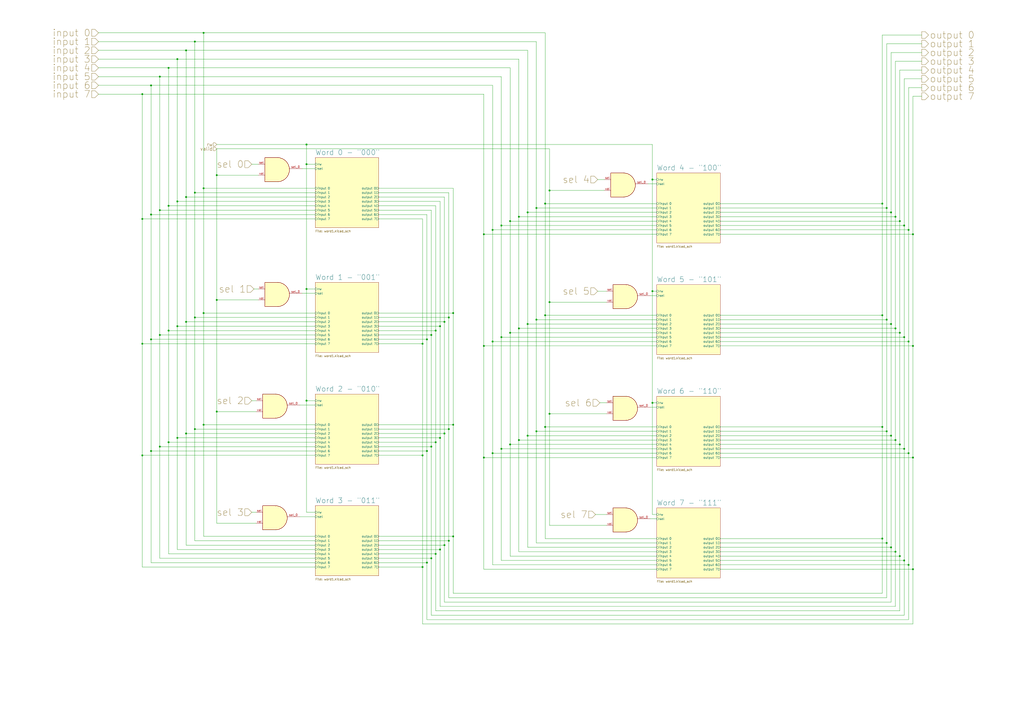
<source format=kicad_sch>
(kicad_sch (version 20230121) (generator eeschema)

  (uuid a1fc68c9-4308-43b7-8ba7-8c0457f4179e)

  (paper "A2")

  (lib_symbols
    (symbol "4xxx:4081" (pin_names (offset 1.016)) (in_bom yes) (on_board yes)
      (property "Reference" "U14" (at -0.0083 8.89 0)
        (effects (font (size 1.27 1.27)) hide)
      )
      (property "Value" "4081" (at -0.0083 6.35 0)
        (effects (font (size 1.27 1.27)) hide)
      )
      (property "Footprint" "" (at 0 0 0)
        (effects (font (size 1.27 1.27)) hide)
      )
      (property "Datasheet" "http://www.intersil.com/content/dam/Intersil/documents/cd40/cd4073bms-81bms-82bms.pdf" (at 0 0 0)
        (effects (font (size 1.27 1.27)) hide)
      )
      (property "ki_locked" "" (at 0 0 0)
        (effects (font (size 1.27 1.27)))
      )
      (property "ki_keywords" "CMOS And2" (at 0 0 0)
        (effects (font (size 1.27 1.27)) hide)
      )
      (property "ki_description" "Quad And 2 inputs" (at 0 0 0)
        (effects (font (size 1.27 1.27)) hide)
      )
      (property "ki_fp_filters" "DIP?14*" (at 0 0 0)
        (effects (font (size 1.27 1.27)) hide)
      )
      (symbol "4081_1_1"
        (arc (start 0 -7.62) (mid 6.5826 -0.635) (end 0 6.35)
          (stroke (width 0.254) (type default))
          (fill (type background))
        )
        (polyline
          (pts
            (xy 0 6.35)
            (xy -7.62 6.35)
            (xy -7.62 -7.62)
            (xy 0 -7.62)
          )
          (stroke (width 0.254) (type default))
          (fill (type background))
        )
        (pin input line (at -11.43 2.54 0) (length 3.81)
          (name "~" (effects (font (size 1.27 1.27))))
          (number "sel" (effects (font (size 1.27 1.27))))
        )
        (pin output line (at 13.97 0 180) (length 7.62)
          (name "~" (effects (font (size 1.27 1.27))))
          (number "sel_0" (effects (font (size 1.27 1.27))))
        )
        (pin input line (at -11.43 -3.81 0) (length 3.81)
          (name "~" (effects (font (size 1.27 1.27))))
          (number "val" (effects (font (size 1.27 1.27))))
        )
      )
      (symbol "4081_1_2"
        (arc (start -3.81 -3.81) (mid -2.589 0) (end -3.81 3.81)
          (stroke (width 0.254) (type default))
          (fill (type none))
        )
        (arc (start -0.6096 -3.81) (mid 2.1842 -2.5851) (end 3.81 0)
          (stroke (width 0.254) (type default))
          (fill (type background))
        )
        (polyline
          (pts
            (xy -3.81 -3.81)
            (xy -0.635 -3.81)
          )
          (stroke (width 0.254) (type default))
          (fill (type background))
        )
        (polyline
          (pts
            (xy -3.81 3.81)
            (xy -0.635 3.81)
          )
          (stroke (width 0.254) (type default))
          (fill (type background))
        )
        (polyline
          (pts
            (xy -0.635 3.81)
            (xy -3.81 3.81)
            (xy -3.81 3.81)
            (xy -3.556 3.4036)
            (xy -3.0226 2.2606)
            (xy -2.6924 1.0414)
            (xy -2.6162 -0.254)
            (xy -2.7686 -1.4986)
            (xy -3.175 -2.7178)
            (xy -3.81 -3.81)
            (xy -3.81 -3.81)
            (xy -0.635 -3.81)
          )
          (stroke (width -25.4) (type default))
          (fill (type background))
        )
        (arc (start 3.81 0) (mid 2.1915 2.5936) (end -0.6096 3.81)
          (stroke (width 0.254) (type default))
          (fill (type background))
        )
        (pin input inverted (at -7.62 2.54 0) (length 4.318)
          (name "~" (effects (font (size 1.27 1.27))))
          (number "1" (effects (font (size 1.27 1.27))))
        )
        (pin input inverted (at -7.62 -2.54 0) (length 4.318)
          (name "~" (effects (font (size 1.27 1.27))))
          (number "2" (effects (font (size 1.27 1.27))))
        )
        (pin output inverted (at 7.62 0 180) (length 3.81)
          (name "~" (effects (font (size 1.27 1.27))))
          (number "3" (effects (font (size 1.27 1.27))))
        )
      )
      (symbol "4081_2_1"
        (arc (start 0 -3.81) (mid 3.7934 0) (end 0 3.81)
          (stroke (width 0.254) (type default))
          (fill (type background))
        )
        (polyline
          (pts
            (xy 0 3.81)
            (xy -3.81 3.81)
            (xy -3.81 -3.81)
            (xy 0 -3.81)
          )
          (stroke (width 0.254) (type default))
          (fill (type background))
        )
        (pin output line (at 7.62 0 180) (length 3.81)
          (name "~" (effects (font (size 1.27 1.27))))
          (number "4" (effects (font (size 1.27 1.27))))
        )
        (pin input line (at -7.62 2.54 0) (length 3.81)
          (name "~" (effects (font (size 1.27 1.27))))
          (number "5" (effects (font (size 1.27 1.27))))
        )
        (pin input line (at -7.62 -2.54 0) (length 3.81)
          (name "~" (effects (font (size 1.27 1.27))))
          (number "6" (effects (font (size 1.27 1.27))))
        )
      )
      (symbol "4081_2_2"
        (arc (start -3.81 -3.81) (mid -2.589 0) (end -3.81 3.81)
          (stroke (width 0.254) (type default))
          (fill (type none))
        )
        (arc (start -0.6096 -3.81) (mid 2.1842 -2.5851) (end 3.81 0)
          (stroke (width 0.254) (type default))
          (fill (type background))
        )
        (polyline
          (pts
            (xy -3.81 -3.81)
            (xy -0.635 -3.81)
          )
          (stroke (width 0.254) (type default))
          (fill (type background))
        )
        (polyline
          (pts
            (xy -3.81 3.81)
            (xy -0.635 3.81)
          )
          (stroke (width 0.254) (type default))
          (fill (type background))
        )
        (polyline
          (pts
            (xy -0.635 3.81)
            (xy -3.81 3.81)
            (xy -3.81 3.81)
            (xy -3.556 3.4036)
            (xy -3.0226 2.2606)
            (xy -2.6924 1.0414)
            (xy -2.6162 -0.254)
            (xy -2.7686 -1.4986)
            (xy -3.175 -2.7178)
            (xy -3.81 -3.81)
            (xy -3.81 -3.81)
            (xy -0.635 -3.81)
          )
          (stroke (width -25.4) (type default))
          (fill (type background))
        )
        (arc (start 3.81 0) (mid 2.1915 2.5936) (end -0.6096 3.81)
          (stroke (width 0.254) (type default))
          (fill (type background))
        )
        (pin output inverted (at 7.62 0 180) (length 3.81)
          (name "~" (effects (font (size 1.27 1.27))))
          (number "4" (effects (font (size 1.27 1.27))))
        )
        (pin input inverted (at -7.62 2.54 0) (length 4.318)
          (name "~" (effects (font (size 1.27 1.27))))
          (number "5" (effects (font (size 1.27 1.27))))
        )
        (pin input inverted (at -7.62 -2.54 0) (length 4.318)
          (name "~" (effects (font (size 1.27 1.27))))
          (number "6" (effects (font (size 1.27 1.27))))
        )
      )
      (symbol "4081_3_1"
        (arc (start 0 -3.81) (mid 3.7934 0) (end 0 3.81)
          (stroke (width 0.254) (type default))
          (fill (type background))
        )
        (polyline
          (pts
            (xy 0 3.81)
            (xy -3.81 3.81)
            (xy -3.81 -3.81)
            (xy 0 -3.81)
          )
          (stroke (width 0.254) (type default))
          (fill (type background))
        )
        (pin output line (at 7.62 0 180) (length 3.81)
          (name "~" (effects (font (size 1.27 1.27))))
          (number "10" (effects (font (size 1.27 1.27))))
        )
        (pin input line (at -7.62 2.54 0) (length 3.81)
          (name "~" (effects (font (size 1.27 1.27))))
          (number "8" (effects (font (size 1.27 1.27))))
        )
        (pin input line (at -7.62 -2.54 0) (length 3.81)
          (name "~" (effects (font (size 1.27 1.27))))
          (number "9" (effects (font (size 1.27 1.27))))
        )
      )
      (symbol "4081_3_2"
        (arc (start -3.81 -3.81) (mid -2.589 0) (end -3.81 3.81)
          (stroke (width 0.254) (type default))
          (fill (type none))
        )
        (arc (start -0.6096 -3.81) (mid 2.1842 -2.5851) (end 3.81 0)
          (stroke (width 0.254) (type default))
          (fill (type background))
        )
        (polyline
          (pts
            (xy -3.81 -3.81)
            (xy -0.635 -3.81)
          )
          (stroke (width 0.254) (type default))
          (fill (type background))
        )
        (polyline
          (pts
            (xy -3.81 3.81)
            (xy -0.635 3.81)
          )
          (stroke (width 0.254) (type default))
          (fill (type background))
        )
        (polyline
          (pts
            (xy -0.635 3.81)
            (xy -3.81 3.81)
            (xy -3.81 3.81)
            (xy -3.556 3.4036)
            (xy -3.0226 2.2606)
            (xy -2.6924 1.0414)
            (xy -2.6162 -0.254)
            (xy -2.7686 -1.4986)
            (xy -3.175 -2.7178)
            (xy -3.81 -3.81)
            (xy -3.81 -3.81)
            (xy -0.635 -3.81)
          )
          (stroke (width -25.4) (type default))
          (fill (type background))
        )
        (arc (start 3.81 0) (mid 2.1915 2.5936) (end -0.6096 3.81)
          (stroke (width 0.254) (type default))
          (fill (type background))
        )
        (pin output inverted (at 7.62 0 180) (length 3.81)
          (name "~" (effects (font (size 1.27 1.27))))
          (number "10" (effects (font (size 1.27 1.27))))
        )
        (pin input inverted (at -7.62 2.54 0) (length 4.318)
          (name "~" (effects (font (size 1.27 1.27))))
          (number "8" (effects (font (size 1.27 1.27))))
        )
        (pin input inverted (at -7.62 -2.54 0) (length 4.318)
          (name "~" (effects (font (size 1.27 1.27))))
          (number "9" (effects (font (size 1.27 1.27))))
        )
      )
      (symbol "4081_4_1"
        (arc (start 0 -3.81) (mid 3.7934 0) (end 0 3.81)
          (stroke (width 0.254) (type default))
          (fill (type background))
        )
        (polyline
          (pts
            (xy 0 3.81)
            (xy -3.81 3.81)
            (xy -3.81 -3.81)
            (xy 0 -3.81)
          )
          (stroke (width 0.254) (type default))
          (fill (type background))
        )
        (pin output line (at 7.62 0 180) (length 3.81)
          (name "~" (effects (font (size 1.27 1.27))))
          (number "11" (effects (font (size 1.27 1.27))))
        )
        (pin input line (at -7.62 2.54 0) (length 3.81)
          (name "~" (effects (font (size 1.27 1.27))))
          (number "12" (effects (font (size 1.27 1.27))))
        )
        (pin input line (at -7.62 -2.54 0) (length 3.81)
          (name "~" (effects (font (size 1.27 1.27))))
          (number "13" (effects (font (size 1.27 1.27))))
        )
      )
      (symbol "4081_4_2"
        (arc (start -3.81 -3.81) (mid -2.589 0) (end -3.81 3.81)
          (stroke (width 0.254) (type default))
          (fill (type none))
        )
        (arc (start -0.6096 -3.81) (mid 2.1842 -2.5851) (end 3.81 0)
          (stroke (width 0.254) (type default))
          (fill (type background))
        )
        (polyline
          (pts
            (xy -3.81 -3.81)
            (xy -0.635 -3.81)
          )
          (stroke (width 0.254) (type default))
          (fill (type background))
        )
        (polyline
          (pts
            (xy -3.81 3.81)
            (xy -0.635 3.81)
          )
          (stroke (width 0.254) (type default))
          (fill (type background))
        )
        (polyline
          (pts
            (xy -0.635 3.81)
            (xy -3.81 3.81)
            (xy -3.81 3.81)
            (xy -3.556 3.4036)
            (xy -3.0226 2.2606)
            (xy -2.6924 1.0414)
            (xy -2.6162 -0.254)
            (xy -2.7686 -1.4986)
            (xy -3.175 -2.7178)
            (xy -3.81 -3.81)
            (xy -3.81 -3.81)
            (xy -0.635 -3.81)
          )
          (stroke (width -25.4) (type default))
          (fill (type background))
        )
        (arc (start 3.81 0) (mid 2.1915 2.5936) (end -0.6096 3.81)
          (stroke (width 0.254) (type default))
          (fill (type background))
        )
        (pin output inverted (at 7.62 0 180) (length 3.81)
          (name "~" (effects (font (size 1.27 1.27))))
          (number "11" (effects (font (size 1.27 1.27))))
        )
        (pin input inverted (at -7.62 2.54 0) (length 4.318)
          (name "~" (effects (font (size 1.27 1.27))))
          (number "12" (effects (font (size 1.27 1.27))))
        )
        (pin input inverted (at -7.62 -2.54 0) (length 4.318)
          (name "~" (effects (font (size 1.27 1.27))))
          (number "13" (effects (font (size 1.27 1.27))))
        )
      )
      (symbol "4081_5_0"
        (pin power_in line (at 0 12.7 270) (length 5.08)
          (name "VDD" (effects (font (size 1.27 1.27))))
          (number "14" (effects (font (size 1.27 1.27))))
        )
        (pin power_in line (at 0 -12.7 90) (length 5.08)
          (name "VSS" (effects (font (size 1.27 1.27))))
          (number "7" (effects (font (size 1.27 1.27))))
        )
      )
      (symbol "4081_5_1"
        (rectangle (start -5.08 7.62) (end 5.08 -7.62)
          (stroke (width 0.254) (type default))
          (fill (type background))
        )
      )
    )
  )

  (junction (at 378.46 104.14) (diameter 0) (color 0 0 0 0)
    (uuid 02a9603b-47b2-4075-b06a-42a09b29e139)
  )
  (junction (at 107.95 186.69) (diameter 0) (color 0 0 0 0)
    (uuid 035ec8ea-7353-47e1-8ce7-3a91af53b75e)
  )
  (junction (at 295.91 128.27) (diameter 0) (color 0 0 0 0)
    (uuid 03b7f0d4-affe-48aa-91b0-2ff5b9c62d0c)
  )
  (junction (at 516.89 252.73) (diameter 0) (color 0 0 0 0)
    (uuid 0402d657-22c9-4478-a409-ae96c5b1a7d7)
  )
  (junction (at 102.87 34.29) (diameter 0) (color 0 0 0 0)
    (uuid 052235cc-3f1f-40d7-ae5a-5f5be61b7b88)
  )
  (junction (at 97.79 39.37) (diameter 0) (color 0 0 0 0)
    (uuid 05e5f29b-9646-4b68-8acf-33e284752029)
  )
  (junction (at 514.35 120.65) (diameter 0) (color 0 0 0 0)
    (uuid 062ecfb6-ffa0-4755-bcc1-fd91fb3382b6)
  )
  (junction (at 514.35 250.19) (diameter 0) (color 0 0 0 0)
    (uuid 068a768e-da75-45e7-b2f8-d6bed34b080e)
  )
  (junction (at 511.81 247.65) (diameter 0) (color 0 0 0 0)
    (uuid 08b0efc3-f14e-4323-a59e-a7e1eeaf548e)
  )
  (junction (at 311.15 120.65) (diameter 0) (color 0 0 0 0)
    (uuid 0abae049-71e4-4f1f-892a-41abd7794c48)
  )
  (junction (at 257.81 186.69) (diameter 0) (color 0 0 0 0)
    (uuid 1026425a-f09e-4632-9141-68c1ac1fa6b6)
  )
  (junction (at 113.03 24.13) (diameter 0) (color 0 0 0 0)
    (uuid 103fac08-f2cc-4b4d-81df-34d8fad52ef1)
  )
  (junction (at 118.11 181.61) (diameter 0) (color 0 0 0 0)
    (uuid 10deff26-f03b-4120-8479-f8cd78714247)
  )
  (junction (at 514.35 314.96) (diameter 0) (color 0 0 0 0)
    (uuid 11acb88c-b016-498e-9d06-8995e65b4615)
  )
  (junction (at 92.71 121.92) (diameter 0) (color 0 0 0 0)
    (uuid 1326d770-808b-4268-8a9e-3d18b3e3e7f8)
  )
  (junction (at 295.91 193.04) (diameter 0) (color 0 0 0 0)
    (uuid 14526de1-fa15-461e-821f-bd1082096635)
  )
  (junction (at 519.43 255.27) (diameter 0) (color 0 0 0 0)
    (uuid 14eae38f-10ee-477e-bc18-3fee59282b7b)
  )
  (junction (at 519.43 320.04) (diameter 0) (color 0 0 0 0)
    (uuid 156dc330-c200-428e-9e63-95021650856b)
  )
  (junction (at 102.87 116.84) (diameter 0) (color 0 0 0 0)
    (uuid 16d91792-88de-463a-b60d-a9d78ed164ee)
  )
  (junction (at 252.73 321.31) (diameter 0) (color 0 0 0 0)
    (uuid 1aee4875-c99b-4379-9af4-eed9f352c082)
  )
  (junction (at 527.05 198.12) (diameter 0) (color 0 0 0 0)
    (uuid 1b60e1a0-1ce0-4889-97e5-345706a28f14)
  )
  (junction (at 257.81 251.46) (diameter 0) (color 0 0 0 0)
    (uuid 1c0f4eea-0362-4f10-afb3-1669775f064d)
  )
  (junction (at 262.89 311.15) (diameter 0) (color 0 0 0 0)
    (uuid 1d8efdff-00e0-4d54-84da-4b0bb602165d)
  )
  (junction (at 118.11 246.38) (diameter 0) (color 0 0 0 0)
    (uuid 1db5e080-93b6-4ae4-8c18-93c173df6297)
  )
  (junction (at 97.79 119.38) (diameter 0) (color 0 0 0 0)
    (uuid 20ca0362-8d68-4b9b-a72e-007c86564bfc)
  )
  (junction (at 113.03 111.76) (diameter 0) (color 0 0 0 0)
    (uuid 2187d547-c0ab-4ccb-9611-a8fb49a591a6)
  )
  (junction (at 527.05 262.89) (diameter 0) (color 0 0 0 0)
    (uuid 21e17ce0-21f9-4b04-9f95-94e59d1d32a3)
  )
  (junction (at 290.83 130.81) (diameter 0) (color 0 0 0 0)
    (uuid 28ec6310-3b60-432e-b2d2-0f2fba233ef7)
  )
  (junction (at 511.81 312.42) (diameter 0) (color 0 0 0 0)
    (uuid 2ecc7643-f701-4f98-a70f-c8fc25d4b7e5)
  )
  (junction (at 280.67 200.66) (diameter 0) (color 0 0 0 0)
    (uuid 302d1e82-584d-4396-a5ba-79096e281e2c)
  )
  (junction (at 521.97 322.58) (diameter 0) (color 0 0 0 0)
    (uuid 32f99f0b-c26f-499b-9ea6-ecacc2a54acd)
  )
  (junction (at 527.05 327.66) (diameter 0) (color 0 0 0 0)
    (uuid 35399dc6-b6f2-4625-9b61-8a915a3123b2)
  )
  (junction (at 306.07 187.96) (diameter 0) (color 0 0 0 0)
    (uuid 35d49087-0aaf-48f4-8ac6-8690b977b30c)
  )
  (junction (at 245.11 328.93) (diameter 0) (color 0 0 0 0)
    (uuid 3773664a-9561-4192-bf94-24265b95baf7)
  )
  (junction (at 262.89 246.38) (diameter 0) (color 0 0 0 0)
    (uuid 39a0eb6c-6228-4630-a7fa-294aaecf97b9)
  )
  (junction (at 257.81 316.23) (diameter 0) (color 0 0 0 0)
    (uuid 3a0a5f27-d3aa-4f59-a6db-edd37134f151)
  )
  (junction (at 260.35 313.69) (diameter 0) (color 0 0 0 0)
    (uuid 3c5151b1-6895-428e-9263-ef7046d5c071)
  )
  (junction (at 260.35 248.92) (diameter 0) (color 0 0 0 0)
    (uuid 3f2ea093-f236-49c8-9583-f86e4840fd93)
  )
  (junction (at 300.99 125.73) (diameter 0) (color 0 0 0 0)
    (uuid 3fad18c4-17c3-4eb0-95fa-9f909803d8f9)
  )
  (junction (at 87.63 124.46) (diameter 0) (color 0 0 0 0)
    (uuid 42d4567b-d9ac-4aff-9e6d-06e6ae52574b)
  )
  (junction (at 177.8 83.82) (diameter 0) (color 0 0 0 0)
    (uuid 434eaaf1-31f8-42f3-b1aa-ab061e913f26)
  )
  (junction (at 252.73 256.54) (diameter 0) (color 0 0 0 0)
    (uuid 43a8c331-01b6-4e8d-bcb6-2e386ab30e90)
  )
  (junction (at 262.89 181.61) (diameter 0) (color 0 0 0 0)
    (uuid 45e1f701-f0d0-4286-b4f0-f11f63de59c6)
  )
  (junction (at 82.55 264.16) (diameter 0) (color 0 0 0 0)
    (uuid 46ac92e0-474a-44c5-a6e4-333e3f232008)
  )
  (junction (at 87.63 261.62) (diameter 0) (color 0 0 0 0)
    (uuid 4a2bcff8-5444-4be4-8dd9-0b40120be1ff)
  )
  (junction (at 529.59 330.2) (diameter 0) (color 0 0 0 0)
    (uuid 4a80119f-63c8-44fc-a1ea-a4d77d03aa59)
  )
  (junction (at 280.67 135.89) (diameter 0) (color 0 0 0 0)
    (uuid 4aa2fe4f-ae88-41c9-b45e-c39f3ddc1d48)
  )
  (junction (at 516.89 317.5) (diameter 0) (color 0 0 0 0)
    (uuid 4b4f7217-b65c-4c51-9349-45af39e57577)
  )
  (junction (at 290.83 260.35) (diameter 0) (color 0 0 0 0)
    (uuid 4b9da2d3-88bf-4093-983d-30ee118e1c53)
  )
  (junction (at 87.63 49.53) (diameter 0) (color 0 0 0 0)
    (uuid 4d0ad363-1fde-4d03-a82d-146c86a1b808)
  )
  (junction (at 290.83 195.58) (diameter 0) (color 0 0 0 0)
    (uuid 4e63ffa4-c552-4f4c-8116-762b6895269d)
  )
  (junction (at 250.19 259.08) (diameter 0) (color 0 0 0 0)
    (uuid 53676f6d-3e6a-46c4-af10-f296cbae65ef)
  )
  (junction (at 529.59 265.43) (diameter 0) (color 0 0 0 0)
    (uuid 536d9f47-5613-4f17-a3a1-2c9422bd5bef)
  )
  (junction (at 125.73 101.6) (diameter 0) (color 0 0 0 0)
    (uuid 55483ee5-0e4f-4925-b9ce-1dd26287802a)
  )
  (junction (at 247.65 326.39) (diameter 0) (color 0 0 0 0)
    (uuid 5739ca8f-297c-40f5-b63b-2fc9a5dba9c1)
  )
  (junction (at 514.35 185.42) (diameter 0) (color 0 0 0 0)
    (uuid 574a8d4e-207f-4851-8bf6-ecaeaf348344)
  )
  (junction (at 524.51 195.58) (diameter 0) (color 0 0 0 0)
    (uuid 585878b9-3a88-4d3e-a3b9-bfbd5b3956a4)
  )
  (junction (at 519.43 125.73) (diameter 0) (color 0 0 0 0)
    (uuid 5939b9ef-c972-40ff-a4fe-966332baff7d)
  )
  (junction (at 311.15 185.42) (diameter 0) (color 0 0 0 0)
    (uuid 5ab22449-2aaa-4f5d-991a-e5934cce0c69)
  )
  (junction (at 527.05 133.35) (diameter 0) (color 0 0 0 0)
    (uuid 5b2af375-b291-4b11-8fdc-14b38d524a82)
  )
  (junction (at 260.35 184.15) (diameter 0) (color 0 0 0 0)
    (uuid 5ba3c769-a3eb-4b6a-ad52-5226f2f034fa)
  )
  (junction (at 516.89 123.19) (diameter 0) (color 0 0 0 0)
    (uuid 625a06ff-e9cc-4a9a-94e7-0d9b04974954)
  )
  (junction (at 107.95 29.21) (diameter 0) (color 0 0 0 0)
    (uuid 644bb424-96fb-4a93-940d-c0e6c4f3e226)
  )
  (junction (at 524.51 260.35) (diameter 0) (color 0 0 0 0)
    (uuid 6e0c0df1-a33a-4398-a250-1efe93f60b97)
  )
  (junction (at 87.63 196.85) (diameter 0) (color 0 0 0 0)
    (uuid 6f17821f-ee24-4c47-b2b8-66bc8a0d04a4)
  )
  (junction (at 519.43 190.5) (diameter 0) (color 0 0 0 0)
    (uuid 7038efb2-c105-400c-9180-ee53c17fe439)
  )
  (junction (at 318.77 175.26) (diameter 0) (color 0 0 0 0)
    (uuid 71eb2538-6886-4f23-9716-de950710159e)
  )
  (junction (at 255.27 254) (diameter 0) (color 0 0 0 0)
    (uuid 75532ee6-3ba7-4f7a-8c54-d6e849ff4181)
  )
  (junction (at 92.71 194.31) (diameter 0) (color 0 0 0 0)
    (uuid 7aee79bf-5706-47a3-9dc0-988ec1f36ad1)
  )
  (junction (at 82.55 127) (diameter 0) (color 0 0 0 0)
    (uuid 7b4a57aa-0cd7-4562-a38b-c58a2aaf6466)
  )
  (junction (at 125.73 238.76) (diameter 0) (color 0 0 0 0)
    (uuid 7b57f923-322d-49a4-bd74-99d613abc7d7)
  )
  (junction (at 285.75 262.89) (diameter 0) (color 0 0 0 0)
    (uuid 8261831f-b215-49b8-bb7f-26b9c0cb64e5)
  )
  (junction (at 118.11 109.22) (diameter 0) (color 0 0 0 0)
    (uuid 82d93310-bfba-494e-905a-c014d46e85d7)
  )
  (junction (at 250.19 323.85) (diameter 0) (color 0 0 0 0)
    (uuid 82e96769-384f-4943-ac77-a1a21ecb2b86)
  )
  (junction (at 306.07 252.73) (diameter 0) (color 0 0 0 0)
    (uuid 8452b8a1-5ce8-4f3c-be02-677e405ace9d)
  )
  (junction (at 316.23 118.11) (diameter 0) (color 0 0 0 0)
    (uuid 8aa62f05-89af-41c1-a890-2a0380c689ad)
  )
  (junction (at 311.15 250.19) (diameter 0) (color 0 0 0 0)
    (uuid 8ba38c7d-cb05-42d0-a727-13ca4ad4b438)
  )
  (junction (at 529.59 135.89) (diameter 0) (color 0 0 0 0)
    (uuid 8ef71dba-71ca-434b-a74a-264f8e0c7f0c)
  )
  (junction (at 300.99 255.27) (diameter 0) (color 0 0 0 0)
    (uuid 9091a1d7-f325-45da-a861-41e8c1a571d2)
  )
  (junction (at 107.95 114.3) (diameter 0) (color 0 0 0 0)
    (uuid 91181a9f-6f69-4c1d-8151-b8c3ba46c117)
  )
  (junction (at 255.27 318.77) (diameter 0) (color 0 0 0 0)
    (uuid 965d5fdd-8d51-4c65-bbd0-82993de34cb4)
  )
  (junction (at 92.71 259.08) (diameter 0) (color 0 0 0 0)
    (uuid 9cad4763-5bad-48dd-973b-0a0947c18299)
  )
  (junction (at 247.65 261.62) (diameter 0) (color 0 0 0 0)
    (uuid 9e691a2b-b2b6-484e-88c3-dc4b225ff8a8)
  )
  (junction (at 378.46 233.68) (diameter 0) (color 0 0 0 0)
    (uuid 9ff00bdc-fdff-4afd-aa03-0a6edb5a769c)
  )
  (junction (at 316.23 247.65) (diameter 0) (color 0 0 0 0)
    (uuid a1f0717e-8554-4927-ba10-b90017f54a03)
  )
  (junction (at 102.87 189.23) (diameter 0) (color 0 0 0 0)
    (uuid a4a27a6b-eeac-434b-8b09-f67a28eb90dc)
  )
  (junction (at 92.71 44.45) (diameter 0) (color 0 0 0 0)
    (uuid a4a29d46-2a11-4eae-aad7-ef1d85fa0ffe)
  )
  (junction (at 247.65 196.85) (diameter 0) (color 0 0 0 0)
    (uuid aa181253-53e3-434e-b633-b45b96bc7a28)
  )
  (junction (at 524.51 325.12) (diameter 0) (color 0 0 0 0)
    (uuid ae350e26-b76a-47f7-a846-490bcd4a274e)
  )
  (junction (at 316.23 182.88) (diameter 0) (color 0 0 0 0)
    (uuid b1430d98-fb07-4567-83c4-efa35c4a5f02)
  )
  (junction (at 97.79 191.77) (diameter 0) (color 0 0 0 0)
    (uuid b5bc754c-8a83-425f-94e2-d320090118d2)
  )
  (junction (at 177.8 232.41) (diameter 0) (color 0 0 0 0)
    (uuid b779749e-2312-4ccf-9d7d-a5900134f8e3)
  )
  (junction (at 125.73 173.99) (diameter 0) (color 0 0 0 0)
    (uuid bc7b746a-1f11-4d5b-995c-5b766c1057f0)
  )
  (junction (at 516.89 187.96) (diameter 0) (color 0 0 0 0)
    (uuid c60aa207-c966-41cf-bbae-8c0d094931a1)
  )
  (junction (at 511.81 182.88) (diameter 0) (color 0 0 0 0)
    (uuid c6ef8373-23a2-441e-bc50-0fc35a1cd7ca)
  )
  (junction (at 255.27 189.23) (diameter 0) (color 0 0 0 0)
    (uuid c8fd0173-9cc6-4c53-8557-f90852f25e49)
  )
  (junction (at 521.97 257.81) (diameter 0) (color 0 0 0 0)
    (uuid c9ff94e9-df9d-4ee0-b680-55a453a9346a)
  )
  (junction (at 285.75 133.35) (diameter 0) (color 0 0 0 0)
    (uuid caf64e08-7ed8-4bb5-98c2-3ee369be7025)
  )
  (junction (at 97.79 256.54) (diameter 0) (color 0 0 0 0)
    (uuid cf61c809-e403-442a-ad50-fe1d957ebefb)
  )
  (junction (at 529.59 200.66) (diameter 0) (color 0 0 0 0)
    (uuid d05804b0-0bfe-4544-a0a3-205fd117a7f2)
  )
  (junction (at 318.77 240.03) (diameter 0) (color 0 0 0 0)
    (uuid d3e2ca86-6fa1-426a-a8e4-5440ff6764c8)
  )
  (junction (at 378.46 168.91) (diameter 0) (color 0 0 0 0)
    (uuid d50dc6b4-15d7-45c5-8ba8-46540f0092a5)
  )
  (junction (at 511.81 118.11) (diameter 0) (color 0 0 0 0)
    (uuid d6187d03-1932-4796-8c5b-4e77de644a45)
  )
  (junction (at 245.11 264.16) (diameter 0) (color 0 0 0 0)
    (uuid d830d169-0467-4d6c-be41-03d43a32abd4)
  )
  (junction (at 118.11 19.05) (diameter 0) (color 0 0 0 0)
    (uuid d9411724-56a7-48fd-84e6-9f12e2040af5)
  )
  (junction (at 250.19 194.31) (diameter 0) (color 0 0 0 0)
    (uuid def88d9d-87ee-47a3-bebf-bb101061cab9)
  )
  (junction (at 177.8 95.25) (diameter 0) (color 0 0 0 0)
    (uuid df0a8141-3475-41a1-8a17-41571ee29114)
  )
  (junction (at 177.8 167.64) (diameter 0) (color 0 0 0 0)
    (uuid df717dc1-5a63-40f6-93bb-6e89e8d6c3a5)
  )
  (junction (at 280.67 265.43) (diameter 0) (color 0 0 0 0)
    (uuid e0cd8ed8-fa7c-41a2-b036-66d8698cdb82)
  )
  (junction (at 113.03 184.15) (diameter 0) (color 0 0 0 0)
    (uuid e483dbe3-2a23-471d-83ac-7b3d5776a6d3)
  )
  (junction (at 521.97 128.27) (diameter 0) (color 0 0 0 0)
    (uuid e4934c17-39bd-4250-bafd-e5b4bfbe3621)
  )
  (junction (at 318.77 110.49) (diameter 0) (color 0 0 0 0)
    (uuid e52b210c-5afd-4551-8232-3aa9c299a09d)
  )
  (junction (at 295.91 257.81) (diameter 0) (color 0 0 0 0)
    (uuid e8a3cea8-83c4-42e5-893d-af7d4754b1f1)
  )
  (junction (at 285.75 198.12) (diameter 0) (color 0 0 0 0)
    (uuid e9276dac-f3f0-4bfa-8431-c383f797e830)
  )
  (junction (at 252.73 191.77) (diameter 0) (color 0 0 0 0)
    (uuid ed286d9e-ac74-46af-ba57-e3e6cc66a978)
  )
  (junction (at 107.95 251.46) (diameter 0) (color 0 0 0 0)
    (uuid edae815c-6716-45f6-8552-a619c576e44a)
  )
  (junction (at 521.97 193.04) (diameter 0) (color 0 0 0 0)
    (uuid ede78544-1821-43df-8d19-d7378f162bf6)
  )
  (junction (at 524.51 130.81) (diameter 0) (color 0 0 0 0)
    (uuid ee9e6e8f-192a-49d6-aced-9f9b9792432b)
  )
  (junction (at 113.03 248.92) (diameter 0) (color 0 0 0 0)
    (uuid ef049a73-ec26-4f3f-9215-97e1906cd26f)
  )
  (junction (at 245.11 199.39) (diameter 0) (color 0 0 0 0)
    (uuid f1a9610f-785c-4069-ad6d-995c029dd234)
  )
  (junction (at 82.55 199.39) (diameter 0) (color 0 0 0 0)
    (uuid f2d1ffe0-52af-4846-bd30-2852522f64a4)
  )
  (junction (at 82.55 54.61) (diameter 0) (color 0 0 0 0)
    (uuid f49a43ea-5078-46ec-9771-c23f3e003f3a)
  )
  (junction (at 102.87 254) (diameter 0) (color 0 0 0 0)
    (uuid f68c128c-389d-4165-b530-226471de54f6)
  )
  (junction (at 300.99 190.5) (diameter 0) (color 0 0 0 0)
    (uuid f71fd213-3525-4fde-a578-43dfd5e3e76a)
  )
  (junction (at 306.07 123.19) (diameter 0) (color 0 0 0 0)
    (uuid fcc8807c-a7d6-40aa-9869-e900eb882d53)
  )

  (wire (pts (xy 318.77 86.36) (xy 318.77 110.49))
    (stroke (width 0) (type default))
    (uuid 00028ef9-f546-427f-a783-5ca894034978)
  )
  (wire (pts (xy 300.99 255.27) (xy 381 255.27))
    (stroke (width 0) (type default))
    (uuid 0157038a-7fab-4527-a27b-000c74a92ec2)
  )
  (wire (pts (xy 57.15 44.45) (xy 92.71 44.45))
    (stroke (width 0) (type default))
    (uuid 01b71fc5-b1bc-44d0-80fb-ae9bd33121a7)
  )
  (wire (pts (xy 252.73 354.33) (xy 521.97 354.33))
    (stroke (width 0) (type default))
    (uuid 01ee5df1-fd20-4171-8a0f-060635c30c11)
  )
  (wire (pts (xy 285.75 262.89) (xy 285.75 327.66))
    (stroke (width 0) (type default))
    (uuid 02931624-fa15-4a02-8a3f-a7d45b2e719a)
  )
  (wire (pts (xy 173.99 234.95) (xy 182.88 234.95))
    (stroke (width 0) (type default))
    (uuid 02da4d7c-a79b-45c5-a440-b004db0c38b9)
  )
  (wire (pts (xy 57.15 54.61) (xy 82.55 54.61))
    (stroke (width 0) (type default))
    (uuid 03128eb8-6026-43ff-9927-538aed3a2b63)
  )
  (wire (pts (xy 125.73 238.76) (xy 148.59 238.76))
    (stroke (width 0) (type default))
    (uuid 03549cce-9f40-483d-8902-881258180b20)
  )
  (wire (pts (xy 417.83 193.04) (xy 521.97 193.04))
    (stroke (width 0) (type default))
    (uuid 046fc5ff-0072-4d04-b17d-d19658d8c2ea)
  )
  (wire (pts (xy 57.15 49.53) (xy 87.63 49.53))
    (stroke (width 0) (type default))
    (uuid 05ff976a-7867-41b4-8bea-bc949d6bdff7)
  )
  (wire (pts (xy 57.15 24.13) (xy 113.03 24.13))
    (stroke (width 0) (type default))
    (uuid 060de2ec-2c1f-463f-bcf4-d7bcda90da40)
  )
  (wire (pts (xy 311.15 314.96) (xy 381 314.96))
    (stroke (width 0) (type default))
    (uuid 0612e845-d9f1-48b2-932b-f554105ee98f)
  )
  (wire (pts (xy 511.81 182.88) (xy 511.81 247.65))
    (stroke (width 0) (type default))
    (uuid 06b022fe-073d-468d-a705-1ce4efee7a95)
  )
  (wire (pts (xy 182.88 196.85) (xy 87.63 196.85))
    (stroke (width 0) (type default))
    (uuid 07444de3-9199-4a4f-94d4-fa47fbc2c7b2)
  )
  (wire (pts (xy 529.59 200.66) (xy 529.59 265.43))
    (stroke (width 0) (type default))
    (uuid 08dbfc2a-1942-4389-938b-8f09cf033d45)
  )
  (wire (pts (xy 316.23 182.88) (xy 316.23 247.65))
    (stroke (width 0) (type default))
    (uuid 08de97f6-db3e-4f5e-994e-2d761f24958b)
  )
  (wire (pts (xy 247.65 326.39) (xy 247.65 359.41))
    (stroke (width 0) (type default))
    (uuid 096f0730-f731-40a5-8b4a-d287d8876898)
  )
  (wire (pts (xy 219.71 264.16) (xy 245.11 264.16))
    (stroke (width 0) (type default))
    (uuid 09c6f065-f81f-4d42-9556-a43318bb1bca)
  )
  (wire (pts (xy 527.05 359.41) (xy 527.05 327.66))
    (stroke (width 0) (type default))
    (uuid 0a1567b5-d0b6-409a-a4c1-ed874396a363)
  )
  (wire (pts (xy 247.65 261.62) (xy 247.65 326.39))
    (stroke (width 0) (type default))
    (uuid 0b15334d-027c-4f71-b3c9-147fadb01eab)
  )
  (wire (pts (xy 260.35 346.71) (xy 514.35 346.71))
    (stroke (width 0) (type default))
    (uuid 0b299e3a-837f-437c-92f8-3845fe17973f)
  )
  (wire (pts (xy 417.83 252.73) (xy 516.89 252.73))
    (stroke (width 0) (type default))
    (uuid 0b9c66f7-e6c9-40a5-b169-776eea28db00)
  )
  (wire (pts (xy 316.23 247.65) (xy 316.23 312.42))
    (stroke (width 0) (type default))
    (uuid 0bc3e7a2-501d-4b12-babe-fc2cdd819ede)
  )
  (wire (pts (xy 255.27 351.79) (xy 519.43 351.79))
    (stroke (width 0) (type default))
    (uuid 0bc8fdd2-2675-480f-a680-907ed34bbaf3)
  )
  (wire (pts (xy 219.71 318.77) (xy 255.27 318.77))
    (stroke (width 0) (type default))
    (uuid 0ce2e000-b5b5-4a72-9956-73f371c56473)
  )
  (wire (pts (xy 92.71 259.08) (xy 182.88 259.08))
    (stroke (width 0) (type default))
    (uuid 0dcf0d07-6619-4b0a-b555-ecc6ea6cf300)
  )
  (wire (pts (xy 219.71 181.61) (xy 262.89 181.61))
    (stroke (width 0) (type default))
    (uuid 0e30b283-f46b-4b10-ad1c-de25b6a08d20)
  )
  (wire (pts (xy 300.99 34.29) (xy 300.99 125.73))
    (stroke (width 0) (type default))
    (uuid 0e624ec6-03db-4be2-a419-5bfd3a0d98cb)
  )
  (wire (pts (xy 417.83 265.43) (xy 529.59 265.43))
    (stroke (width 0) (type default))
    (uuid 0f4fc5d9-0bea-44a9-b93f-b99ec3748477)
  )
  (wire (pts (xy 107.95 29.21) (xy 57.15 29.21))
    (stroke (width 0) (type default))
    (uuid 0f952827-57f1-424f-a807-f5759282cc07)
  )
  (wire (pts (xy 290.83 260.35) (xy 290.83 325.12))
    (stroke (width 0) (type default))
    (uuid 10703f9c-6974-4982-b3e0-ea4c3b6df2cb)
  )
  (wire (pts (xy 290.83 195.58) (xy 381 195.58))
    (stroke (width 0) (type default))
    (uuid 10924f2b-826e-4d32-90c1-5d723802655e)
  )
  (wire (pts (xy 519.43 190.5) (xy 519.43 255.27))
    (stroke (width 0) (type default))
    (uuid 11abe611-a9bb-44a1-958f-fde79e8fe37b)
  )
  (wire (pts (xy 219.71 326.39) (xy 247.65 326.39))
    (stroke (width 0) (type default))
    (uuid 1428e181-77d0-4895-8a31-efa01cdd43f7)
  )
  (wire (pts (xy 97.79 119.38) (xy 182.88 119.38))
    (stroke (width 0) (type default))
    (uuid 14609897-eab8-405e-9416-15e8be21ef98)
  )
  (wire (pts (xy 290.83 130.81) (xy 290.83 195.58))
    (stroke (width 0) (type default))
    (uuid 149f2411-2e5b-482b-8fd6-ba262b9fd79d)
  )
  (wire (pts (xy 521.97 257.81) (xy 521.97 193.04))
    (stroke (width 0) (type default))
    (uuid 15950a3b-937b-42fb-bdbb-68777fa24f21)
  )
  (wire (pts (xy 300.99 190.5) (xy 300.99 255.27))
    (stroke (width 0) (type default))
    (uuid 1595220b-d9e7-4050-873c-8ea8a881579e)
  )
  (wire (pts (xy 219.71 121.92) (xy 250.19 121.92))
    (stroke (width 0) (type default))
    (uuid 185fe98f-a437-472d-a180-36acf7c6e0b6)
  )
  (wire (pts (xy 219.71 321.31) (xy 252.73 321.31))
    (stroke (width 0) (type default))
    (uuid 18e19714-0b1f-4bdd-9f13-b3a00e788401)
  )
  (wire (pts (xy 417.83 187.96) (xy 516.89 187.96))
    (stroke (width 0) (type default))
    (uuid 19d39477-adcf-41fd-ae4e-aa05eb9a465e)
  )
  (wire (pts (xy 250.19 259.08) (xy 250.19 323.85))
    (stroke (width 0) (type default))
    (uuid 1b320afe-de93-48bb-b7f6-706a4c4e03f6)
  )
  (wire (pts (xy 107.95 251.46) (xy 107.95 316.23))
    (stroke (width 0) (type default))
    (uuid 1c29c03d-ba7a-4c13-8954-fea61c512c08)
  )
  (wire (pts (xy 527.05 198.12) (xy 527.05 133.35))
    (stroke (width 0) (type default))
    (uuid 1cbc5183-4762-484a-befb-76544d0f64ed)
  )
  (wire (pts (xy 280.67 330.2) (xy 381 330.2))
    (stroke (width 0) (type default))
    (uuid 1cfc3a49-922c-410c-bb4d-690636d718fe)
  )
  (wire (pts (xy 381 133.35) (xy 285.75 133.35))
    (stroke (width 0) (type default))
    (uuid 1dad8d5b-c0b4-40dd-8cd9-643a203da757)
  )
  (wire (pts (xy 306.07 29.21) (xy 107.95 29.21))
    (stroke (width 0) (type default))
    (uuid 1e241d05-db5c-42a3-b22b-5496d14f3632)
  )
  (wire (pts (xy 516.89 123.19) (xy 516.89 30.48))
    (stroke (width 0) (type default))
    (uuid 1eae631b-73cb-45b6-9e66-a3b698499713)
  )
  (wire (pts (xy 378.46 104.14) (xy 381 104.14))
    (stroke (width 0) (type default))
    (uuid 1fbd6f2b-14ca-4c87-bcde-8e33f81a53f1)
  )
  (wire (pts (xy 102.87 189.23) (xy 102.87 254))
    (stroke (width 0) (type default))
    (uuid 2014c290-2afb-49d7-afd9-ce57a3209bdd)
  )
  (wire (pts (xy 82.55 264.16) (xy 182.88 264.16))
    (stroke (width 0) (type default))
    (uuid 20e07460-31c0-44ca-bdc0-708a8553ec89)
  )
  (wire (pts (xy 300.99 190.5) (xy 381 190.5))
    (stroke (width 0) (type default))
    (uuid 213f9ce3-cb0a-4fa3-bc4e-9ce8e6d5ec37)
  )
  (wire (pts (xy 306.07 252.73) (xy 306.07 317.5))
    (stroke (width 0) (type default))
    (uuid 215ab0fd-42fe-4422-8467-62538d5bbab1)
  )
  (wire (pts (xy 118.11 109.22) (xy 182.88 109.22))
    (stroke (width 0) (type default))
    (uuid 23525537-1627-4c7a-ba8f-d534aa82a8de)
  )
  (wire (pts (xy 125.73 101.6) (xy 125.73 173.99))
    (stroke (width 0) (type default))
    (uuid 23bcb96f-53ab-4468-b57a-b068fdb5dd3b)
  )
  (wire (pts (xy 255.27 189.23) (xy 255.27 254))
    (stroke (width 0) (type default))
    (uuid 26477941-22b0-4e8c-983c-1489da2f9144)
  )
  (wire (pts (xy 285.75 49.53) (xy 285.75 133.35))
    (stroke (width 0) (type default))
    (uuid 27089417-44a3-48c3-8be2-7f9cddc48c3c)
  )
  (wire (pts (xy 300.99 255.27) (xy 300.99 320.04))
    (stroke (width 0) (type default))
    (uuid 27332088-b253-44be-9f72-07e7dc22d388)
  )
  (wire (pts (xy 173.99 299.72) (xy 182.88 299.72))
    (stroke (width 0) (type default))
    (uuid 2768ddb9-8ac6-43f6-88cb-afdea884f296)
  )
  (wire (pts (xy 247.65 124.46) (xy 247.65 196.85))
    (stroke (width 0) (type default))
    (uuid 29137fdd-3629-4b08-863f-6df1faad6883)
  )
  (wire (pts (xy 377.19 236.22) (xy 381 236.22))
    (stroke (width 0) (type default))
    (uuid 29801779-2ad8-4ccc-9319-b8ed71c61511)
  )
  (wire (pts (xy 417.83 118.11) (xy 511.81 118.11))
    (stroke (width 0) (type default))
    (uuid 2b9a64c4-7ad9-4530-b9f3-81b7dadfe795)
  )
  (wire (pts (xy 102.87 254) (xy 182.88 254))
    (stroke (width 0) (type default))
    (uuid 2bc472e9-b440-43d0-94e0-65a86e9b5b3f)
  )
  (wire (pts (xy 318.77 175.26) (xy 351.79 175.26))
    (stroke (width 0) (type default))
    (uuid 2bfe6c47-913d-459a-b86d-4df338d97e58)
  )
  (wire (pts (xy 102.87 318.77) (xy 182.88 318.77))
    (stroke (width 0) (type default))
    (uuid 2c14aad7-5229-4015-91b7-8ce0a978e75e)
  )
  (wire (pts (xy 257.81 349.25) (xy 516.89 349.25))
    (stroke (width 0) (type default))
    (uuid 2d4b9004-bd0f-438a-a291-02f475fdaad9)
  )
  (wire (pts (xy 311.15 185.42) (xy 381 185.42))
    (stroke (width 0) (type default))
    (uuid 2d628e03-5a82-4915-8546-f6c08e187810)
  )
  (wire (pts (xy 97.79 39.37) (xy 97.79 119.38))
    (stroke (width 0) (type default))
    (uuid 2d859f07-289a-4c0b-83aa-008997cd6248)
  )
  (wire (pts (xy 514.35 314.96) (xy 514.35 250.19))
    (stroke (width 0) (type default))
    (uuid 2e36c68d-7ca3-4b7b-8c8e-ed5c087d033d)
  )
  (wire (pts (xy 82.55 264.16) (xy 82.55 328.93))
    (stroke (width 0) (type default))
    (uuid 2e8d98ed-1527-4ef4-88e2-b4c6ec2b95f0)
  )
  (wire (pts (xy 280.67 54.61) (xy 280.67 135.89))
    (stroke (width 0) (type default))
    (uuid 2eba3f30-b423-4cbe-82b3-185ad47e00c7)
  )
  (wire (pts (xy 417.83 255.27) (xy 519.43 255.27))
    (stroke (width 0) (type default))
    (uuid 2f26ceb5-d945-4b9c-af57-d5bc4c4043e5)
  )
  (wire (pts (xy 311.15 120.65) (xy 311.15 185.42))
    (stroke (width 0) (type default))
    (uuid 2f313587-c81e-47cd-be6e-7e3b9d7d63e3)
  )
  (wire (pts (xy 280.67 200.66) (xy 381 200.66))
    (stroke (width 0) (type default))
    (uuid 2f5facaf-9c34-444e-ab29-86c750f6f690)
  )
  (wire (pts (xy 524.51 130.81) (xy 524.51 45.72))
    (stroke (width 0) (type default))
    (uuid 30538be2-01d9-4a67-a84f-1c9275b45ad3)
  )
  (wire (pts (xy 102.87 116.84) (xy 182.88 116.84))
    (stroke (width 0) (type default))
    (uuid 30a29dd3-cf9c-4da1-a593-7cd2f016ce28)
  )
  (wire (pts (xy 118.11 19.05) (xy 316.23 19.05))
    (stroke (width 0) (type default))
    (uuid 327300e1-fd63-4c7c-ac56-96cd8c3fb33d)
  )
  (wire (pts (xy 311.15 120.65) (xy 381 120.65))
    (stroke (width 0) (type default))
    (uuid 32dae968-2471-4750-a3d3-03fedcffe145)
  )
  (wire (pts (xy 311.15 250.19) (xy 311.15 314.96))
    (stroke (width 0) (type default))
    (uuid 33bc0cdf-bcbd-471e-b882-db2cdbec82d2)
  )
  (wire (pts (xy 306.07 123.19) (xy 306.07 187.96))
    (stroke (width 0) (type default))
    (uuid 343d143d-2572-47b5-9a53-369fe2a9cae0)
  )
  (wire (pts (xy 219.71 186.69) (xy 257.81 186.69))
    (stroke (width 0) (type default))
    (uuid 344cef31-cce9-48d5-99f7-549ccbea6f79)
  )
  (wire (pts (xy 529.59 330.2) (xy 529.59 361.95))
    (stroke (width 0) (type default))
    (uuid 34956a99-38cd-420c-ab3a-31baaf55dfcb)
  )
  (wire (pts (xy 252.73 191.77) (xy 252.73 256.54))
    (stroke (width 0) (type default))
    (uuid 35c5ff71-601b-4f1d-8a42-798224ffc9cf)
  )
  (wire (pts (xy 87.63 261.62) (xy 87.63 326.39))
    (stroke (width 0) (type default))
    (uuid 35cd5264-d107-4ed3-b51c-516759e61157)
  )
  (wire (pts (xy 262.89 344.17) (xy 511.81 344.17))
    (stroke (width 0) (type default))
    (uuid 35dfd929-8bf6-42e8-aa6b-a50516bad32f)
  )
  (wire (pts (xy 519.43 35.56) (xy 534.67 35.56))
    (stroke (width 0) (type default))
    (uuid 36113ddc-27e3-4b3f-b380-e50190c50bdc)
  )
  (wire (pts (xy 118.11 181.61) (xy 118.11 246.38))
    (stroke (width 0) (type default))
    (uuid 3650a5f2-3368-4584-ac1c-30e04630c8ff)
  )
  (wire (pts (xy 511.81 20.32) (xy 534.67 20.32))
    (stroke (width 0) (type default))
    (uuid 376bcf66-f823-4a8b-94fb-971cf603d267)
  )
  (wire (pts (xy 257.81 251.46) (xy 257.81 316.23))
    (stroke (width 0) (type default))
    (uuid 390d14ab-aa17-4393-9a27-191feb27f672)
  )
  (wire (pts (xy 290.83 325.12) (xy 381 325.12))
    (stroke (width 0) (type default))
    (uuid 3b716f5a-ab1a-4afd-9ed9-539f71696ae0)
  )
  (wire (pts (xy 524.51 325.12) (xy 524.51 260.35))
    (stroke (width 0) (type default))
    (uuid 3d50bd30-42f6-408d-b165-2e090b5f5962)
  )
  (wire (pts (xy 87.63 49.53) (xy 285.75 49.53))
    (stroke (width 0) (type default))
    (uuid 3d56a797-0ce4-42b2-8c27-b3fba2fcd5f6)
  )
  (wire (pts (xy 514.35 185.42) (xy 514.35 120.65))
    (stroke (width 0) (type default))
    (uuid 3d68b06b-61b5-4272-9089-eac3042fa913)
  )
  (wire (pts (xy 219.71 109.22) (xy 262.89 109.22))
    (stroke (width 0) (type default))
    (uuid 3f6f4028-3ad7-42d5-a26f-37041e5094e1)
  )
  (wire (pts (xy 257.81 316.23) (xy 257.81 349.25))
    (stroke (width 0) (type default))
    (uuid 40c16c56-2bcc-4a98-8c06-22910b806960)
  )
  (wire (pts (xy 346.71 168.91) (xy 351.79 168.91))
    (stroke (width 0) (type default))
    (uuid 40c2604b-64a6-4a3e-a65f-6f1946313ac6)
  )
  (wire (pts (xy 107.95 186.69) (xy 182.88 186.69))
    (stroke (width 0) (type default))
    (uuid 41b3019d-1563-4914-bf73-74f9a2b0ab20)
  )
  (wire (pts (xy 519.43 320.04) (xy 519.43 351.79))
    (stroke (width 0) (type default))
    (uuid 44ec6453-1bd1-4d3a-9035-36e088d03b77)
  )
  (wire (pts (xy 219.71 254) (xy 255.27 254))
    (stroke (width 0) (type default))
    (uuid 454819c0-0766-422e-96be-fa6eda519a50)
  )
  (wire (pts (xy 113.03 184.15) (xy 182.88 184.15))
    (stroke (width 0) (type default))
    (uuid 45735836-6562-49d4-a970-ab6915b3d29c)
  )
  (wire (pts (xy 316.23 182.88) (xy 381 182.88))
    (stroke (width 0) (type default))
    (uuid 458b7424-efbf-4e7c-b667-22900682c1b4)
  )
  (wire (pts (xy 177.8 83.82) (xy 177.8 95.25))
    (stroke (width 0) (type default))
    (uuid 46fcab39-87a8-4e17-8d48-e404db86128b)
  )
  (wire (pts (xy 92.71 44.45) (xy 92.71 121.92))
    (stroke (width 0) (type default))
    (uuid 47009e2a-c728-4590-9c3e-6b6bedf34ff0)
  )
  (wire (pts (xy 125.73 101.6) (xy 149.86 101.6))
    (stroke (width 0) (type default))
    (uuid 471e785a-118f-4332-97f2-2b1e81bbafd5)
  )
  (wire (pts (xy 524.51 260.35) (xy 524.51 195.58))
    (stroke (width 0) (type default))
    (uuid 48fdbb9e-2f15-4c92-a6b8-4b8157871c4c)
  )
  (wire (pts (xy 92.71 194.31) (xy 182.88 194.31))
    (stroke (width 0) (type default))
    (uuid 49324a25-7896-45a0-a54e-79c746ffa363)
  )
  (wire (pts (xy 417.83 200.66) (xy 529.59 200.66))
    (stroke (width 0) (type default))
    (uuid 4993dd36-8bdb-4539-bdba-3e81d7e3fafa)
  )
  (wire (pts (xy 514.35 250.19) (xy 514.35 185.42))
    (stroke (width 0) (type default))
    (uuid 4a5d9958-5959-4b46-97da-58e3074e342f)
  )
  (wire (pts (xy 311.15 24.13) (xy 311.15 120.65))
    (stroke (width 0) (type default))
    (uuid 4ad3430d-455f-4d54-bf1b-3e92168d37d3)
  )
  (wire (pts (xy 219.71 261.62) (xy 247.65 261.62))
    (stroke (width 0) (type default))
    (uuid 4b6afb93-e229-4090-9272-6fecf2916a61)
  )
  (wire (pts (xy 97.79 191.77) (xy 97.79 256.54))
    (stroke (width 0) (type default))
    (uuid 4cd13dba-1195-47e7-97bd-2058b1a992bf)
  )
  (wire (pts (xy 57.15 39.37) (xy 97.79 39.37))
    (stroke (width 0) (type default))
    (uuid 4cef689c-4519-4f69-af45-d41f4256386b)
  )
  (wire (pts (xy 417.83 312.42) (xy 511.81 312.42))
    (stroke (width 0) (type default))
    (uuid 4d21f6cb-8e40-4e43-ac9e-6ee63b8ce972)
  )
  (wire (pts (xy 102.87 189.23) (xy 182.88 189.23))
    (stroke (width 0) (type default))
    (uuid 4f0a6e8b-1472-47b3-8ddc-d2750e9228e5)
  )
  (wire (pts (xy 146.05 95.25) (xy 149.86 95.25))
    (stroke (width 0) (type default))
    (uuid 4fe7c3c7-1482-43f5-901b-7fc968183ef3)
  )
  (wire (pts (xy 92.71 44.45) (xy 290.83 44.45))
    (stroke (width 0) (type default))
    (uuid 50556abc-5f52-4e23-9fc0-aaad2460da4c)
  )
  (wire (pts (xy 82.55 199.39) (xy 82.55 264.16))
    (stroke (width 0) (type default))
    (uuid 50d6e436-c1d8-4e6b-a62c-d1930af85d4d)
  )
  (wire (pts (xy 245.11 328.93) (xy 245.11 361.95))
    (stroke (width 0) (type default))
    (uuid 50f2e859-bb42-4798-870b-42592fe08490)
  )
  (wire (pts (xy 118.11 19.05) (xy 118.11 109.22))
    (stroke (width 0) (type default))
    (uuid 5323dff4-e375-4f2f-af14-19d25aed8f66)
  )
  (wire (pts (xy 280.67 135.89) (xy 280.67 200.66))
    (stroke (width 0) (type default))
    (uuid 53f72cda-59fb-4789-92e2-6620958f5b3e)
  )
  (wire (pts (xy 306.07 123.19) (xy 381 123.19))
    (stroke (width 0) (type default))
    (uuid 54a2e216-847e-4d1b-82db-da42a2cd0950)
  )
  (wire (pts (xy 257.81 186.69) (xy 257.81 251.46))
    (stroke (width 0) (type default))
    (uuid 54b47401-8e18-476c-8c30-797e4e495cc4)
  )
  (wire (pts (xy 182.88 326.39) (xy 87.63 326.39))
    (stroke (width 0) (type default))
    (uuid 5508d9ee-d2a5-4cae-acbe-c53efd432ee8)
  )
  (wire (pts (xy 219.71 248.92) (xy 260.35 248.92))
    (stroke (width 0) (type default))
    (uuid 55ab357e-4e3f-45d5-a091-e18dd7046e21)
  )
  (wire (pts (xy 113.03 248.92) (xy 182.88 248.92))
    (stroke (width 0) (type default))
    (uuid 58c35d79-930c-4fcd-94dd-ae63602393d8)
  )
  (wire (pts (xy 378.46 168.91) (xy 378.46 104.14))
    (stroke (width 0) (type default))
    (uuid 5928365f-9249-4b27-8bb5-29ac6804609e)
  )
  (wire (pts (xy 290.83 260.35) (xy 381 260.35))
    (stroke (width 0) (type default))
    (uuid 59ad5b7b-1a68-4b1c-ae45-1ef07b54cca9)
  )
  (wire (pts (xy 102.87 254) (xy 102.87 318.77))
    (stroke (width 0) (type default))
    (uuid 5b535c5b-fc8d-41fe-9de0-c4786d1087cd)
  )
  (wire (pts (xy 306.07 187.96) (xy 306.07 252.73))
    (stroke (width 0) (type default))
    (uuid 5ddb00c4-1272-4d21-88de-725572c86d63)
  )
  (wire (pts (xy 260.35 248.92) (xy 260.35 313.69))
    (stroke (width 0) (type default))
    (uuid 5e3a4568-1a13-4086-aabb-922ed79023d1)
  )
  (wire (pts (xy 92.71 259.08) (xy 92.71 323.85))
    (stroke (width 0) (type default))
    (uuid 5feccbf8-d553-4d3b-8ec9-60566d896a56)
  )
  (wire (pts (xy 177.8 297.18) (xy 182.88 297.18))
    (stroke (width 0) (type default))
    (uuid 627692cc-aac6-442a-a81b-56c6cd534a92)
  )
  (wire (pts (xy 82.55 54.61) (xy 82.55 127))
    (stroke (width 0) (type default))
    (uuid 632f757c-63fc-4397-95f9-d2936d9ee93a)
  )
  (wire (pts (xy 417.83 317.5) (xy 516.89 317.5))
    (stroke (width 0) (type default))
    (uuid 6497c144-178c-4086-902a-e8a0d0814d6a)
  )
  (wire (pts (xy 300.99 125.73) (xy 381 125.73))
    (stroke (width 0) (type default))
    (uuid 64a805fd-82fd-4634-81a1-418d36db28fa)
  )
  (wire (pts (xy 113.03 24.13) (xy 113.03 111.76))
    (stroke (width 0) (type default))
    (uuid 65767555-ced7-4854-becf-7e963d62a5b2)
  )
  (wire (pts (xy 125.73 86.36) (xy 125.73 101.6))
    (stroke (width 0) (type default))
    (uuid 6660bfc6-5907-461b-b660-7f41f7cdf3a5)
  )
  (wire (pts (xy 146.05 297.18) (xy 148.59 297.18))
    (stroke (width 0) (type default))
    (uuid 6769b95d-4d32-4485-a01e-8473861be87b)
  )
  (wire (pts (xy 252.73 119.38) (xy 252.73 191.77))
    (stroke (width 0) (type default))
    (uuid 67e04f2a-80a0-470e-bbfd-bb64e0bd9386)
  )
  (wire (pts (xy 219.71 313.69) (xy 260.35 313.69))
    (stroke (width 0) (type default))
    (uuid 686134ce-1e87-4e59-900c-a1485d20527a)
  )
  (wire (pts (xy 417.83 250.19) (xy 514.35 250.19))
    (stroke (width 0) (type default))
    (uuid 690de736-a316-4f89-b031-da53570e99c6)
  )
  (wire (pts (xy 255.27 318.77) (xy 255.27 351.79))
    (stroke (width 0) (type default))
    (uuid 69e179cd-d202-4f02-9595-ed6eee2a7029)
  )
  (wire (pts (xy 262.89 246.38) (xy 262.89 311.15))
    (stroke (width 0) (type default))
    (uuid 69e6cd41-841c-4be3-ab63-8993ab654bf5)
  )
  (wire (pts (xy 82.55 127) (xy 182.88 127))
    (stroke (width 0) (type default))
    (uuid 6b72ae25-7293-45bd-a250-04c2f14595c3)
  )
  (wire (pts (xy 527.05 50.8) (xy 534.67 50.8))
    (stroke (width 0) (type default))
    (uuid 6bfd1e06-cffa-4bd7-8c71-74939226201e)
  )
  (wire (pts (xy 107.95 114.3) (xy 182.88 114.3))
    (stroke (width 0) (type default))
    (uuid 6bfd5361-07c1-4c2b-90aa-1686ea48c6a0)
  )
  (wire (pts (xy 177.8 95.25) (xy 177.8 167.64))
    (stroke (width 0) (type default))
    (uuid 6c208979-dc62-45e4-92ca-ea03d2074972)
  )
  (wire (pts (xy 97.79 119.38) (xy 97.79 191.77))
    (stroke (width 0) (type default))
    (uuid 6c75d090-035e-49c8-a2a7-f329d76df104)
  )
  (wire (pts (xy 113.03 24.13) (xy 311.15 24.13))
    (stroke (width 0) (type default))
    (uuid 6d6ce12a-a422-47d7-a7b1-5a4d2758e874)
  )
  (wire (pts (xy 82.55 127) (xy 82.55 199.39))
    (stroke (width 0) (type default))
    (uuid 6d95db74-6ef1-4fa0-8f86-de29a25d5a50)
  )
  (wire (pts (xy 295.91 257.81) (xy 295.91 322.58))
    (stroke (width 0) (type default))
    (uuid 6e07a104-5f78-4c23-a980-f2ba88be44fe)
  )
  (wire (pts (xy 417.83 125.73) (xy 519.43 125.73))
    (stroke (width 0) (type default))
    (uuid 6f65310d-e6b4-47bf-97dd-7a112445601d)
  )
  (wire (pts (xy 262.89 109.22) (xy 262.89 181.61))
    (stroke (width 0) (type default))
    (uuid 7170d758-1b7a-4747-ac4b-9a18aa6afce9)
  )
  (wire (pts (xy 295.91 322.58) (xy 381 322.58))
    (stroke (width 0) (type default))
    (uuid 729e107f-87e2-4ac4-8e89-bd6a32573077)
  )
  (wire (pts (xy 417.83 190.5) (xy 519.43 190.5))
    (stroke (width 0) (type default))
    (uuid 7307e6e5-af2f-4eac-af5f-25cc11a8234c)
  )
  (wire (pts (xy 92.71 323.85) (xy 182.88 323.85))
    (stroke (width 0) (type default))
    (uuid 73425204-e1b2-4a6c-b79b-e26b058832fc)
  )
  (wire (pts (xy 381 298.45) (xy 378.46 298.45))
    (stroke (width 0) (type default))
    (uuid 73a3476e-5105-418a-88c0-f00a49245a06)
  )
  (wire (pts (xy 378.46 298.45) (xy 378.46 233.68))
    (stroke (width 0) (type default))
    (uuid 73b89263-0d86-4b93-9b54-3f007f4c70a4)
  )
  (wire (pts (xy 245.11 361.95) (xy 529.59 361.95))
    (stroke (width 0) (type default))
    (uuid 74d20938-4ba8-457c-8f7b-46df5258303e)
  )
  (wire (pts (xy 316.23 19.05) (xy 316.23 118.11))
    (stroke (width 0) (type default))
    (uuid 7771e4f0-182e-4109-8034-3e33559d6580)
  )
  (wire (pts (xy 417.83 185.42) (xy 514.35 185.42))
    (stroke (width 0) (type default))
    (uuid 7881c293-2da4-47c8-b5db-35ce3f942884)
  )
  (wire (pts (xy 295.91 39.37) (xy 295.91 128.27))
    (stroke (width 0) (type default))
    (uuid 79e64f34-7c9a-4407-9a52-bcf62be1d7a2)
  )
  (wire (pts (xy 346.71 104.14) (xy 350.52 104.14))
    (stroke (width 0) (type default))
    (uuid 79f32340-4060-4ad5-ae45-75eb49a1fb72)
  )
  (wire (pts (xy 306.07 252.73) (xy 381 252.73))
    (stroke (width 0) (type default))
    (uuid 7a85646d-085f-4120-b71d-b99970b2908c)
  )
  (wire (pts (xy 306.07 317.5) (xy 381 317.5))
    (stroke (width 0) (type default))
    (uuid 7abd686d-0fd7-4198-bde1-ddcfd5a54262)
  )
  (wire (pts (xy 417.83 195.58) (xy 524.51 195.58))
    (stroke (width 0) (type default))
    (uuid 7c0de825-723d-402f-a551-caaa41ecae0f)
  )
  (wire (pts (xy 378.46 233.68) (xy 381 233.68))
    (stroke (width 0) (type default))
    (uuid 7c0f4cbe-79be-4da9-8033-c8f4336819eb)
  )
  (wire (pts (xy 417.83 130.81) (xy 524.51 130.81))
    (stroke (width 0) (type default))
    (uuid 7d368d81-d425-4991-b317-7c951c041788)
  )
  (wire (pts (xy 290.83 195.58) (xy 290.83 260.35))
    (stroke (width 0) (type default))
    (uuid 7e3c75fe-305b-4317-baf7-ee4492d99929)
  )
  (wire (pts (xy 378.46 233.68) (xy 378.46 168.91))
    (stroke (width 0) (type default))
    (uuid 7ed79770-5aa3-41a3-b5c6-d48c97ad3f9b)
  )
  (wire (pts (xy 318.77 175.26) (xy 318.77 240.03))
    (stroke (width 0) (type default))
    (uuid 7f8f38f8-d0d5-4365-a883-e310e0b3ac9e)
  )
  (wire (pts (xy 318.77 304.8) (xy 351.79 304.8))
    (stroke (width 0) (type default))
    (uuid 80d88486-c14e-460e-965b-9824432ebefe)
  )
  (wire (pts (xy 118.11 181.61) (xy 182.88 181.61))
    (stroke (width 0) (type default))
    (uuid 84200cff-0a20-4581-bd27-2ac890584495)
  )
  (wire (pts (xy 118.11 246.38) (xy 118.11 311.15))
    (stroke (width 0) (type default))
    (uuid 84435265-071f-41f6-b311-93e0ea612364)
  )
  (wire (pts (xy 219.71 196.85) (xy 247.65 196.85))
    (stroke (width 0) (type default))
    (uuid 85229b0d-4e09-4ae9-8238-6239629823cd)
  )
  (wire (pts (xy 247.65 359.41) (xy 527.05 359.41))
    (stroke (width 0) (type default))
    (uuid 86040af2-5523-444d-a0de-7f0c0ce12f92)
  )
  (wire (pts (xy 262.89 311.15) (xy 262.89 344.17))
    (stroke (width 0) (type default))
    (uuid 86366610-62ec-4f79-921e-a60db2f3798c)
  )
  (wire (pts (xy 219.71 191.77) (xy 252.73 191.77))
    (stroke (width 0) (type default))
    (uuid 867b6dfe-65c9-4d29-8bcf-e2a0a7b257ba)
  )
  (wire (pts (xy 417.83 128.27) (xy 521.97 128.27))
    (stroke (width 0) (type default))
    (uuid 873a8727-b2b9-4b94-8de7-8a84663ace7a)
  )
  (wire (pts (xy 147.32 167.64) (xy 149.86 167.64))
    (stroke (width 0) (type default))
    (uuid 88d1576b-7214-4a25-a852-c7a29ca35176)
  )
  (wire (pts (xy 177.8 167.64) (xy 182.88 167.64))
    (stroke (width 0) (type default))
    (uuid 893f4e67-a92c-45e6-8ab3-45020b9fa1a8)
  )
  (wire (pts (xy 97.79 256.54) (xy 182.88 256.54))
    (stroke (width 0) (type default))
    (uuid 89b72cd1-7f45-435f-a43b-aa41a60ef8cc)
  )
  (wire (pts (xy 417.83 123.19) (xy 516.89 123.19))
    (stroke (width 0) (type default))
    (uuid 8a11916e-88cf-4994-8de7-8b4b10b99f85)
  )
  (wire (pts (xy 118.11 246.38) (xy 182.88 246.38))
    (stroke (width 0) (type default))
    (uuid 8c5c36df-187a-4fba-a1f8-ef02c7d010c0)
  )
  (wire (pts (xy 92.71 194.31) (xy 92.71 259.08))
    (stroke (width 0) (type default))
    (uuid 8c5e066d-12ab-4f74-bfed-98d8b0ad0be9)
  )
  (wire (pts (xy 219.71 124.46) (xy 247.65 124.46))
    (stroke (width 0) (type default))
    (uuid 8c5e1a1f-bcbb-4ec8-82af-64b9b2a624a7)
  )
  (wire (pts (xy 306.07 29.21) (xy 306.07 123.19))
    (stroke (width 0) (type default))
    (uuid 8c7edc33-ebcd-45fc-9a44-f95dccd88859)
  )
  (wire (pts (xy 113.03 184.15) (xy 113.03 248.92))
    (stroke (width 0) (type default))
    (uuid 8c92e072-6a48-4d6e-9073-81e9ec1a97ce)
  )
  (wire (pts (xy 521.97 193.04) (xy 521.97 128.27))
    (stroke (width 0) (type default))
    (uuid 8e21c700-872c-418e-98bd-2422aef846eb)
  )
  (wire (pts (xy 417.83 325.12) (xy 524.51 325.12))
    (stroke (width 0) (type default))
    (uuid 8f92f665-6e35-414b-8641-bd2c69719749)
  )
  (wire (pts (xy 417.83 327.66) (xy 527.05 327.66))
    (stroke (width 0) (type default))
    (uuid 90d8896c-b4d1-4e6c-bbf3-a0478be836d8)
  )
  (wire (pts (xy 118.11 311.15) (xy 182.88 311.15))
    (stroke (width 0) (type default))
    (uuid 90e2e4cb-71cc-454e-aec0-ba2c713b946e)
  )
  (wire (pts (xy 316.23 118.11) (xy 381 118.11))
    (stroke (width 0) (type default))
    (uuid 91bf9e52-41b4-4422-91c1-a10a862be3eb)
  )
  (wire (pts (xy 257.81 114.3) (xy 257.81 186.69))
    (stroke (width 0) (type default))
    (uuid 91e93687-2dd1-49f9-9495-49720754ed45)
  )
  (wire (pts (xy 219.71 194.31) (xy 250.19 194.31))
    (stroke (width 0) (type default))
    (uuid 92f1807b-e90c-4d52-ab9d-f310420816e9)
  )
  (wire (pts (xy 285.75 327.66) (xy 381 327.66))
    (stroke (width 0) (type default))
    (uuid 94ac6a0d-17eb-49fc-8225-256d4329767d)
  )
  (wire (pts (xy 97.79 321.31) (xy 182.88 321.31))
    (stroke (width 0) (type default))
    (uuid 968a5b1a-ec9c-4332-926d-7af271423672)
  )
  (wire (pts (xy 527.05 262.89) (xy 527.05 198.12))
    (stroke (width 0) (type default))
    (uuid 9769d65e-5fd5-45e7-b2a7-22df7bbf36cf)
  )
  (wire (pts (xy 521.97 354.33) (xy 521.97 322.58))
    (stroke (width 0) (type default))
    (uuid 979f9781-95ba-4971-8ddd-ae88a1128308)
  )
  (wire (pts (xy 290.83 44.45) (xy 290.83 130.81))
    (stroke (width 0) (type default))
    (uuid 98e6a0a4-d001-40a6-8ec1-51304652ad16)
  )
  (wire (pts (xy 118.11 109.22) (xy 118.11 181.61))
    (stroke (width 0) (type default))
    (uuid 99486f92-9189-42e1-afba-2a67a04f6969)
  )
  (wire (pts (xy 417.83 314.96) (xy 514.35 314.96))
    (stroke (width 0) (type default))
    (uuid 99c3987d-86e5-4483-b8ca-6b0cd42b90f9)
  )
  (wire (pts (xy 521.97 40.64) (xy 534.67 40.64))
    (stroke (width 0) (type default))
    (uuid 9a70b001-10d9-4f75-85a8-cef549ab9c81)
  )
  (wire (pts (xy 82.55 54.61) (xy 280.67 54.61))
    (stroke (width 0) (type default))
    (uuid 9b150780-caac-47d7-9d1f-27d4da5cff3d)
  )
  (wire (pts (xy 262.89 181.61) (xy 262.89 246.38))
    (stroke (width 0) (type default))
    (uuid 9b17e0f8-5a5e-44db-995a-8ef49c2a1f3e)
  )
  (wire (pts (xy 529.59 55.88) (xy 529.59 135.89))
    (stroke (width 0) (type default))
    (uuid 9b6e43e5-13b3-4816-b619-f08fa29dc736)
  )
  (wire (pts (xy 311.15 250.19) (xy 381 250.19))
    (stroke (width 0) (type default))
    (uuid 9b6e79f9-391c-4004-9a2f-09ef62146778)
  )
  (wire (pts (xy 125.73 303.53) (xy 148.59 303.53))
    (stroke (width 0) (type default))
    (uuid 9c70ec7b-2d5e-4d5d-9b8e-d96137ba0268)
  )
  (wire (pts (xy 219.71 251.46) (xy 257.81 251.46))
    (stroke (width 0) (type default))
    (uuid 9d1416f4-61bb-4c57-865d-7545e5ff9de5)
  )
  (wire (pts (xy 529.59 135.89) (xy 529.59 200.66))
    (stroke (width 0) (type default))
    (uuid 9d99bd35-e358-4892-995e-72f1789af057)
  )
  (wire (pts (xy 417.83 330.2) (xy 529.59 330.2))
    (stroke (width 0) (type default))
    (uuid 9dd6c99b-0b9c-45f9-a74b-196ea936ab6c)
  )
  (wire (pts (xy 295.91 193.04) (xy 295.91 257.81))
    (stroke (width 0) (type default))
    (uuid 9df8f4a0-7d2b-4aa0-b2b9-77b2ec326e91)
  )
  (wire (pts (xy 381 198.12) (xy 285.75 198.12))
    (stroke (width 0) (type default))
    (uuid 9f597919-8993-4910-8461-e7d0da331fc9)
  )
  (wire (pts (xy 175.26 97.79) (xy 182.88 97.79))
    (stroke (width 0) (type default))
    (uuid 9f73e339-9235-4cbd-a09d-4be6e0c1fd9b)
  )
  (wire (pts (xy 516.89 349.25) (xy 516.89 317.5))
    (stroke (width 0) (type default))
    (uuid a088a340-1a4a-438b-9c1a-9bcaef67c198)
  )
  (wire (pts (xy 511.81 118.11) (xy 511.81 20.32))
    (stroke (width 0) (type default))
    (uuid a0cab758-a16e-4488-bccc-eeb574b34152)
  )
  (wire (pts (xy 280.67 265.43) (xy 381 265.43))
    (stroke (width 0) (type default))
    (uuid a2527e04-318a-4b80-9175-a840741851e6)
  )
  (wire (pts (xy 219.71 256.54) (xy 252.73 256.54))
    (stroke (width 0) (type default))
    (uuid a29f269d-0d19-4dfb-ad95-6470a3980c78)
  )
  (wire (pts (xy 125.73 173.99) (xy 125.73 238.76))
    (stroke (width 0) (type default))
    (uuid a3953477-d4d9-46e7-846f-89d64b2343e6)
  )
  (wire (pts (xy 316.23 118.11) (xy 316.23 182.88))
    (stroke (width 0) (type default))
    (uuid a39a23ea-60f7-4f22-b4b0-2cbda4a9b5b7)
  )
  (wire (pts (xy 527.05 327.66) (xy 527.05 262.89))
    (stroke (width 0) (type default))
    (uuid a6e2f96d-67f0-4486-b084-ccb6d245d17b)
  )
  (wire (pts (xy 318.77 110.49) (xy 350.52 110.49))
    (stroke (width 0) (type default))
    (uuid a8d7786f-660a-44fe-aaa1-b04b307733b1)
  )
  (wire (pts (xy 519.43 255.27) (xy 519.43 320.04))
    (stroke (width 0) (type default))
    (uuid a942b55b-024d-4fc5-a5f9-3ae8b35c9a9c)
  )
  (wire (pts (xy 260.35 111.76) (xy 260.35 184.15))
    (stroke (width 0) (type default))
    (uuid a9ec51c6-2fa9-4c41-827c-54ce11a52e0e)
  )
  (wire (pts (xy 511.81 247.65) (xy 511.81 312.42))
    (stroke (width 0) (type default))
    (uuid aa41d2b8-4b0c-4353-8a6c-07cfc811aa41)
  )
  (wire (pts (xy 219.71 199.39) (xy 245.11 199.39))
    (stroke (width 0) (type default))
    (uuid aa58931c-d194-4a1b-ab89-7f6003fb97d4)
  )
  (wire (pts (xy 82.55 199.39) (xy 182.88 199.39))
    (stroke (width 0) (type default))
    (uuid ab2b5b8a-b49a-419e-8c7e-c7daaafcb483)
  )
  (wire (pts (xy 102.87 116.84) (xy 102.87 189.23))
    (stroke (width 0) (type default))
    (uuid abcdb4fb-505a-4719-aa15-c274f5d3a756)
  )
  (wire (pts (xy 107.95 29.21) (xy 107.95 114.3))
    (stroke (width 0) (type default))
    (uuid ac1284ab-2f1e-4e3c-a78f-dc9e3e8ff8b5)
  )
  (wire (pts (xy 102.87 34.29) (xy 102.87 116.84))
    (stroke (width 0) (type default))
    (uuid ac76a37a-6789-4897-8213-79cc25f35311)
  )
  (wire (pts (xy 524.51 195.58) (xy 524.51 130.81))
    (stroke (width 0) (type default))
    (uuid acedcc6b-451f-4a05-8dfe-283a4440b42c)
  )
  (wire (pts (xy 280.67 200.66) (xy 280.67 265.43))
    (stroke (width 0) (type default))
    (uuid ad841d1d-3729-4e53-815d-421b19a9e910)
  )
  (wire (pts (xy 534.67 55.88) (xy 529.59 55.88))
    (stroke (width 0) (type default))
    (uuid ae16e001-61b2-4997-975a-bbea7c37603d)
  )
  (wire (pts (xy 113.03 313.69) (xy 182.88 313.69))
    (stroke (width 0) (type default))
    (uuid af86da7a-e364-41fd-92e6-2f2315d9921a)
  )
  (wire (pts (xy 219.71 311.15) (xy 262.89 311.15))
    (stroke (width 0) (type default))
    (uuid b0d57694-5d9d-4dc2-ab64-d82f982d2b1e)
  )
  (wire (pts (xy 521.97 128.27) (xy 521.97 40.64))
    (stroke (width 0) (type default))
    (uuid b13ab29c-b92e-4b14-9afd-4a13cbe0f657)
  )
  (wire (pts (xy 87.63 196.85) (xy 87.63 261.62))
    (stroke (width 0) (type default))
    (uuid b1544199-ac88-4766-b8dd-c212fffaf427)
  )
  (wire (pts (xy 245.11 127) (xy 245.11 199.39))
    (stroke (width 0) (type default))
    (uuid b2903834-c7d7-42db-8775-57b078d52cee)
  )
  (wire (pts (xy 219.71 114.3) (xy 257.81 114.3))
    (stroke (width 0) (type default))
    (uuid b2d56507-9bcb-4922-9139-03af2c2509e0)
  )
  (wire (pts (xy 175.26 170.18) (xy 182.88 170.18))
    (stroke (width 0) (type default))
    (uuid b34ddb58-55f4-4ef4-8f30-815d40c6b119)
  )
  (wire (pts (xy 381 262.89) (xy 285.75 262.89))
    (stroke (width 0) (type default))
    (uuid b3581d86-32de-4b63-8e26-ddf108e48e3c)
  )
  (wire (pts (xy 113.03 111.76) (xy 182.88 111.76))
    (stroke (width 0) (type default))
    (uuid b37aff50-4654-404f-8f2a-735b1be7057b)
  )
  (wire (pts (xy 245.11 199.39) (xy 245.11 264.16))
    (stroke (width 0) (type default))
    (uuid b3db86ab-cfaf-4e57-965b-af14beb4f37c)
  )
  (wire (pts (xy 177.8 232.41) (xy 177.8 297.18))
    (stroke (width 0) (type default))
    (uuid b5dee2c0-c05a-4e50-a026-6414e61c0dab)
  )
  (wire (pts (xy 417.83 262.89) (xy 527.05 262.89))
    (stroke (width 0) (type default))
    (uuid b6193b5c-701d-4e55-b358-28f9d8fb73fa)
  )
  (wire (pts (xy 280.67 135.89) (xy 381 135.89))
    (stroke (width 0) (type default))
    (uuid b628cf5a-bf56-4595-8ff6-23e9673e0ee3)
  )
  (wire (pts (xy 280.67 265.43) (xy 280.67 330.2))
    (stroke (width 0) (type default))
    (uuid b6da03b0-3e4f-4b91-bc66-57f0a0a63346)
  )
  (wire (pts (xy 378.46 83.82) (xy 177.8 83.82))
    (stroke (width 0) (type default))
    (uuid b71e0cba-f3bb-4ccf-a0ad-13e8aca290b6)
  )
  (wire (pts (xy 417.83 322.58) (xy 521.97 322.58))
    (stroke (width 0) (type default))
    (uuid b896b6c6-d80d-4b48-bb94-45eaa6dc3e2a)
  )
  (wire (pts (xy 417.83 120.65) (xy 514.35 120.65))
    (stroke (width 0) (type default))
    (uuid b8990943-f2bb-4307-985d-9433e66a6fbe)
  )
  (wire (pts (xy 255.27 116.84) (xy 255.27 189.23))
    (stroke (width 0) (type default))
    (uuid b9a4c0db-d462-44f1-9c37-84ee0f206295)
  )
  (wire (pts (xy 247.65 196.85) (xy 247.65 261.62))
    (stroke (width 0) (type default))
    (uuid b9b35306-6c73-4728-bf94-e2da68fa49b8)
  )
  (wire (pts (xy 87.63 49.53) (xy 87.63 124.46))
    (stroke (width 0) (type default))
    (uuid ba371a0d-f8c7-4216-a70a-8c24c4f92eb6)
  )
  (wire (pts (xy 295.91 193.04) (xy 381 193.04))
    (stroke (width 0) (type default))
    (uuid bad85a5e-eedd-4302-9415-ecb91925255e)
  )
  (wire (pts (xy 57.15 19.05) (xy 118.11 19.05))
    (stroke (width 0) (type default))
    (uuid bb044ca8-b01f-4c45-851b-4236f205296b)
  )
  (wire (pts (xy 521.97 322.58) (xy 521.97 257.81))
    (stroke (width 0) (type default))
    (uuid bb9975ef-6887-420e-a787-cfc3710b0c3c)
  )
  (wire (pts (xy 524.51 45.72) (xy 534.67 45.72))
    (stroke (width 0) (type default))
    (uuid bbba441c-3153-4e07-a21c-8bcdd187028a)
  )
  (wire (pts (xy 516.89 30.48) (xy 534.67 30.48))
    (stroke (width 0) (type default))
    (uuid bcb58a9c-e323-49a4-907f-e15f88253b15)
  )
  (wire (pts (xy 527.05 133.35) (xy 527.05 50.8))
    (stroke (width 0) (type default))
    (uuid bd3d2ad7-998d-4919-bc65-db3a9fbe2f33)
  )
  (wire (pts (xy 318.77 240.03) (xy 351.79 240.03))
    (stroke (width 0) (type default))
    (uuid bd55b00b-d8ed-490b-b6dc-8232aa492389)
  )
  (wire (pts (xy 377.19 300.99) (xy 381 300.99))
    (stroke (width 0) (type default))
    (uuid bef79671-22de-444b-9133-9274febd98b6)
  )
  (wire (pts (xy 295.91 128.27) (xy 295.91 193.04))
    (stroke (width 0) (type default))
    (uuid bf51b646-c625-46f4-ac6b-4cd87990b1d8)
  )
  (wire (pts (xy 219.71 111.76) (xy 260.35 111.76))
    (stroke (width 0) (type default))
    (uuid c0b67736-a402-454d-949f-b2707df8bde2)
  )
  (wire (pts (xy 519.43 125.73) (xy 519.43 190.5))
    (stroke (width 0) (type default))
    (uuid c1671e75-95f7-404b-92b0-abe7bcc008f2)
  )
  (wire (pts (xy 417.83 133.35) (xy 527.05 133.35))
    (stroke (width 0) (type default))
    (uuid c17fa124-5d7d-40a2-8b66-a4ec6286be4a)
  )
  (wire (pts (xy 177.8 95.25) (xy 182.88 95.25))
    (stroke (width 0) (type default))
    (uuid c196b9ea-66f2-4fa3-87c3-9bced218adcb)
  )
  (wire (pts (xy 306.07 187.96) (xy 381 187.96))
    (stroke (width 0) (type default))
    (uuid c1dffed0-cc50-4e51-a86d-9a109570539a)
  )
  (wire (pts (xy 125.73 238.76) (xy 125.73 303.53))
    (stroke (width 0) (type default))
    (uuid c213ded0-5f8f-41c1-ba24-53dce93dbc5c)
  )
  (wire (pts (xy 107.95 114.3) (xy 107.95 186.69))
    (stroke (width 0) (type default))
    (uuid c36de67a-a700-4625-887f-95e677800a82)
  )
  (wire (pts (xy 290.83 130.81) (xy 381 130.81))
    (stroke (width 0) (type default))
    (uuid c7ddb23e-e122-42df-847f-ce757464af68)
  )
  (wire (pts (xy 245.11 264.16) (xy 245.11 328.93))
    (stroke (width 0) (type default))
    (uuid c8ee2438-865f-4c08-86a7-c610fb947095)
  )
  (wire (pts (xy 378.46 104.14) (xy 378.46 83.82))
    (stroke (width 0) (type default))
    (uuid ca086b3e-2f8d-4478-a059-d3fe4bb598ab)
  )
  (wire (pts (xy 92.71 121.92) (xy 182.88 121.92))
    (stroke (width 0) (type default))
    (uuid ca1360c2-dfd4-4d14-b0d1-a2616bd3d033)
  )
  (wire (pts (xy 125.73 83.82) (xy 177.8 83.82))
    (stroke (width 0) (type default))
    (uuid ca69a45b-a620-46e2-a56f-f35a9975eaa3)
  )
  (wire (pts (xy 82.55 328.93) (xy 182.88 328.93))
    (stroke (width 0) (type default))
    (uuid cafdf989-8165-45b8-83d0-cea6f12da436)
  )
  (wire (pts (xy 252.73 321.31) (xy 252.73 354.33))
    (stroke (width 0) (type default))
    (uuid cb819f65-dbe5-4e29-8e53-4c3118b066a7)
  )
  (wire (pts (xy 146.05 232.41) (xy 148.59 232.41))
    (stroke (width 0) (type default))
    (uuid cca0c7bc-34d7-4460-9a73-fb3be9f444bb)
  )
  (wire (pts (xy 511.81 312.42) (xy 511.81 344.17))
    (stroke (width 0) (type default))
    (uuid cd49e99f-bb6a-472f-afac-0af8f597095d)
  )
  (wire (pts (xy 250.19 121.92) (xy 250.19 194.31))
    (stroke (width 0) (type default))
    (uuid cd609275-c7c7-4e1f-a12f-def21ef326fa)
  )
  (wire (pts (xy 125.73 86.36) (xy 318.77 86.36))
    (stroke (width 0) (type default))
    (uuid cdc817c4-33d2-4503-9f34-2a57a726310e)
  )
  (wire (pts (xy 113.03 111.76) (xy 113.03 184.15))
    (stroke (width 0) (type default))
    (uuid ce41601e-64b1-4c4d-a160-7871225f6884)
  )
  (wire (pts (xy 97.79 191.77) (xy 182.88 191.77))
    (stroke (width 0) (type default))
    (uuid ce4d6ea9-7898-4628-8731-7fc3b14235df)
  )
  (wire (pts (xy 57.15 34.29) (xy 102.87 34.29))
    (stroke (width 0) (type default))
    (uuid ce645abe-6471-4b9f-8e2b-bbb973d1f39c)
  )
  (wire (pts (xy 378.46 168.91) (xy 381 168.91))
    (stroke (width 0) (type default))
    (uuid cf2f98a6-5e44-4059-9135-af77454b35bf)
  )
  (wire (pts (xy 285.75 133.35) (xy 285.75 198.12))
    (stroke (width 0) (type default))
    (uuid cf7ffa7e-6310-470b-8765-9c05c3792b8a)
  )
  (wire (pts (xy 92.71 121.92) (xy 92.71 194.31))
    (stroke (width 0) (type default))
    (uuid d053677c-85be-445f-8fe0-ebff61f29c6e)
  )
  (wire (pts (xy 514.35 120.65) (xy 514.35 25.4))
    (stroke (width 0) (type default))
    (uuid d117b4c2-5393-493f-8072-07b93ab34b8d)
  )
  (wire (pts (xy 295.91 128.27) (xy 381 128.27))
    (stroke (width 0) (type default))
    (uuid d28b03c9-bebb-4866-a11d-48dd339174bc)
  )
  (wire (pts (xy 219.71 116.84) (xy 255.27 116.84))
    (stroke (width 0) (type default))
    (uuid d4879062-eccf-491c-b991-445b52c6d8d5)
  )
  (wire (pts (xy 417.83 320.04) (xy 519.43 320.04))
    (stroke (width 0) (type default))
    (uuid d55e8fa5-3f85-49d9-b735-f4aa40a36b35)
  )
  (wire (pts (xy 345.44 298.45) (xy 351.79 298.45))
    (stroke (width 0) (type default))
    (uuid d7060842-c19b-480d-b2c0-83f61d534347)
  )
  (wire (pts (xy 516.89 187.96) (xy 516.89 123.19))
    (stroke (width 0) (type default))
    (uuid d76b891d-c5bb-4b49-8463-990283534539)
  )
  (wire (pts (xy 219.71 323.85) (xy 250.19 323.85))
    (stroke (width 0) (type default))
    (uuid d839940e-375c-4743-9365-42b59fb1c4c4)
  )
  (wire (pts (xy 417.83 198.12) (xy 527.05 198.12))
    (stroke (width 0) (type default))
    (uuid d8ec88e6-ea95-4440-ab58-f93b4df366b9)
  )
  (wire (pts (xy 417.83 260.35) (xy 524.51 260.35))
    (stroke (width 0) (type default))
    (uuid db21b485-3136-4d7e-9d42-6e139346929f)
  )
  (wire (pts (xy 375.92 106.68) (xy 381 106.68))
    (stroke (width 0) (type default))
    (uuid db969960-9418-4c04-a040-f881b82556fc)
  )
  (wire (pts (xy 511.81 118.11) (xy 511.81 182.88))
    (stroke (width 0) (type default))
    (uuid dc3e9268-5470-47d2-8674-4621f22d9fd4)
  )
  (wire (pts (xy 107.95 186.69) (xy 107.95 251.46))
    (stroke (width 0) (type default))
    (uuid dc4ade3b-a73f-4adc-9770-7f7441dd3f9b)
  )
  (wire (pts (xy 107.95 316.23) (xy 182.88 316.23))
    (stroke (width 0) (type default))
    (uuid dcce2b4a-f4e0-4ef5-9c79-420082dcbed0)
  )
  (wire (pts (xy 250.19 194.31) (xy 250.19 259.08))
    (stroke (width 0) (type default))
    (uuid ddfcb15a-fabe-4eb8-88c0-aeef211fd258)
  )
  (wire (pts (xy 250.19 356.87) (xy 524.51 356.87))
    (stroke (width 0) (type default))
    (uuid dec1b87e-a6b6-44ef-8f4f-c71d5e6a49cb)
  )
  (wire (pts (xy 417.83 247.65) (xy 511.81 247.65))
    (stroke (width 0) (type default))
    (uuid dedd7758-0478-4df7-a0ef-9358b350742d)
  )
  (wire (pts (xy 285.75 198.12) (xy 285.75 262.89))
    (stroke (width 0) (type default))
    (uuid df7f1bd6-1f30-4dda-bcd1-fef93ffda1c8)
  )
  (wire (pts (xy 260.35 313.69) (xy 260.35 346.71))
    (stroke (width 0) (type default))
    (uuid dfcd90f4-8ec1-4a70-bcd3-0e1e7e5b0f2d)
  )
  (wire (pts (xy 219.71 316.23) (xy 257.81 316.23))
    (stroke (width 0) (type default))
    (uuid e04825dc-84ee-43f2-9c36-580d9f800b00)
  )
  (wire (pts (xy 102.87 34.29) (xy 300.99 34.29))
    (stroke (width 0) (type default))
    (uuid e130b173-b343-466a-9ee1-11d25fc5e87a)
  )
  (wire (pts (xy 417.83 182.88) (xy 511.81 182.88))
    (stroke (width 0) (type default))
    (uuid e2b3ee4a-d2d8-4a5e-9e85-ab47d9e94d58)
  )
  (wire (pts (xy 300.99 320.04) (xy 381 320.04))
    (stroke (width 0) (type default))
    (uuid e2bf1be1-1636-44b7-acdf-a7634f277978)
  )
  (wire (pts (xy 219.71 259.08) (xy 250.19 259.08))
    (stroke (width 0) (type default))
    (uuid e39e38e4-7b4e-409f-9dfe-30c8cf64e5e0)
  )
  (wire (pts (xy 250.19 323.85) (xy 250.19 356.87))
    (stroke (width 0) (type default))
    (uuid e51cd82e-f6b7-4889-8abe-af059b761e33)
  )
  (wire (pts (xy 219.71 184.15) (xy 260.35 184.15))
    (stroke (width 0) (type default))
    (uuid e55c2a73-5f21-4306-aade-e8f3168c891c)
  )
  (wire (pts (xy 107.95 251.46) (xy 182.88 251.46))
    (stroke (width 0) (type default))
    (uuid e5c22953-4812-49f8-b60f-f5e89dd58cbf)
  )
  (wire (pts (xy 347.98 233.68) (xy 351.79 233.68))
    (stroke (width 0) (type default))
    (uuid e64df786-30f9-4840-b96e-756b38de7bcd)
  )
  (wire (pts (xy 377.19 171.45) (xy 381 171.45))
    (stroke (width 0) (type default))
    (uuid e6d3f6b1-7aef-4c84-ad95-60ba03b2017d)
  )
  (wire (pts (xy 182.88 124.46) (xy 87.63 124.46))
    (stroke (width 0) (type default))
    (uuid e7c31962-8e22-43ae-a54d-a7419d1fa10a)
  )
  (wire (pts (xy 295.91 257.81) (xy 381 257.81))
    (stroke (width 0) (type default))
    (uuid e9288390-ceec-4b58-953e-df08348823f2)
  )
  (wire (pts (xy 252.73 256.54) (xy 252.73 321.31))
    (stroke (width 0) (type default))
    (uuid e996c17f-595d-4f58-b742-4d43b5f1613a)
  )
  (wire (pts (xy 219.71 189.23) (xy 255.27 189.23))
    (stroke (width 0) (type default))
    (uuid ea059638-e7a4-4322-8dda-0041fa52fbec)
  )
  (wire (pts (xy 97.79 39.37) (xy 295.91 39.37))
    (stroke (width 0) (type default))
    (uuid ea91c167-a020-425b-8c18-02f2f0e77c0b)
  )
  (wire (pts (xy 524.51 356.87) (xy 524.51 325.12))
    (stroke (width 0) (type default))
    (uuid ead64542-b62e-463d-88a7-2d326662c59f)
  )
  (wire (pts (xy 177.8 167.64) (xy 177.8 232.41))
    (stroke (width 0) (type default))
    (uuid eb2ca8dd-1f1b-4100-9dcf-c645190afe3c)
  )
  (wire (pts (xy 311.15 185.42) (xy 311.15 250.19))
    (stroke (width 0) (type default))
    (uuid edc9ad0a-7617-48bb-a935-32429cc5d26f)
  )
  (wire (pts (xy 255.27 254) (xy 255.27 318.77))
    (stroke (width 0) (type default))
    (uuid ee837952-ada9-4909-b96c-e58b74e687c3)
  )
  (wire (pts (xy 125.73 173.99) (xy 149.86 173.99))
    (stroke (width 0) (type default))
    (uuid eeea2cf4-1fc1-44b9-bda7-7fa10529378b)
  )
  (wire (pts (xy 177.8 232.41) (xy 182.88 232.41))
    (stroke (width 0) (type default))
    (uuid f06abb31-9d5d-4753-9a66-b16881ec45b8)
  )
  (wire (pts (xy 529.59 265.43) (xy 529.59 330.2))
    (stroke (width 0) (type default))
    (uuid f1cfd44e-9e6b-47fc-a00a-10b84ae0aad5)
  )
  (wire (pts (xy 182.88 261.62) (xy 87.63 261.62))
    (stroke (width 0) (type default))
    (uuid f1d2e463-4837-4b18-972f-5518c442fb7b)
  )
  (wire (pts (xy 519.43 35.56) (xy 519.43 125.73))
    (stroke (width 0) (type default))
    (uuid f2c2e011-de8f-4088-965c-0d0cd23e9c7b)
  )
  (wire (pts (xy 514.35 346.71) (xy 514.35 314.96))
    (stroke (width 0) (type default))
    (uuid f402f462-e937-44fe-a7f1-35f37fcda598)
  )
  (wire (pts (xy 260.35 184.15) (xy 260.35 248.92))
    (stroke (width 0) (type default))
    (uuid f52942c9-b227-415f-8500-d60ee7a55e43)
  )
  (wire (pts (xy 300.99 125.73) (xy 300.99 190.5))
    (stroke (width 0) (type default))
    (uuid f55d67e0-0db0-479d-a7cf-ea63c8568e9d)
  )
  (wire (pts (xy 417.83 135.89) (xy 529.59 135.89))
    (stroke (width 0) (type default))
    (uuid f70021f2-c7ea-4b28-bee8-9c4e0d9d8de0)
  )
  (wire (pts (xy 316.23 312.42) (xy 381 312.42))
    (stroke (width 0) (type default))
    (uuid f7eb37fa-b1c1-4a2a-bdd5-a03d3780123c)
  )
  (wire (pts (xy 219.71 246.38) (xy 262.89 246.38))
    (stroke (width 0) (type default))
    (uuid f804d6ae-cc93-4582-9bef-30b2d7579183)
  )
  (wire (pts (xy 316.23 247.65) (xy 381 247.65))
    (stroke (width 0) (type default))
    (uuid f88d9b97-86be-4371-ada9-051d3638d5e8)
  )
  (wire (pts (xy 219.71 328.93) (xy 245.11 328.93))
    (stroke (width 0) (type default))
    (uuid f8cee65b-d095-47b0-baa4-f62efef04925)
  )
  (wire (pts (xy 219.71 119.38) (xy 252.73 119.38))
    (stroke (width 0) (type default))
    (uuid f8ec6205-6a53-4491-b70d-123fd09d8168)
  )
  (wire (pts (xy 97.79 256.54) (xy 97.79 321.31))
    (stroke (width 0) (type default))
    (uuid f9de611d-e609-4387-a985-e4db744f5a6e)
  )
  (wire (pts (xy 417.83 257.81) (xy 521.97 257.81))
    (stroke (width 0) (type default))
    (uuid fc0a6b76-72d9-4989-b4dc-a6a1ea404c0a)
  )
  (wire (pts (xy 516.89 252.73) (xy 516.89 187.96))
    (stroke (width 0) (type default))
    (uuid fc152009-41c3-4eb6-9a51-ce03b0d2db66)
  )
  (wire (pts (xy 318.77 110.49) (xy 318.77 175.26))
    (stroke (width 0) (type default))
    (uuid fccaf113-a36e-432f-9433-44c1693b4b0f)
  )
  (wire (pts (xy 87.63 124.46) (xy 87.63 196.85))
    (stroke (width 0) (type default))
    (uuid fd23bc2b-644e-422c-91a2-3b6b8725ab38)
  )
  (wire (pts (xy 113.03 248.92) (xy 113.03 313.69))
    (stroke (width 0) (type default))
    (uuid fdcca296-1128-4cac-9232-b190196f1e67)
  )
  (wire (pts (xy 516.89 317.5) (xy 516.89 252.73))
    (stroke (width 0) (type default))
    (uuid fe547041-8472-4ac8-8490-c790a5be51ac)
  )
  (wire (pts (xy 219.71 127) (xy 245.11 127))
    (stroke (width 0) (type default))
    (uuid fe98e378-126a-4cf2-bcab-9fee6b8ce644)
  )
  (wire (pts (xy 514.35 25.4) (xy 534.67 25.4))
    (stroke (width 0) (type default))
    (uuid ff67fe2a-dc31-4f3b-94ae-3528612e9483)
  )
  (wire (pts (xy 318.77 240.03) (xy 318.77 304.8))
    (stroke (width 0) (type default))
    (uuid ffd1e550-ad96-4e1a-bc64-0eb0b933b172)
  )

  (hierarchical_label "sel 6" (shape input) (at 347.98 233.68 180) (fields_autoplaced)
    (effects (font (size 4 4)) (justify right))
    (uuid 19459e4b-26a6-45fc-8a12-dbe387a1f77a)
  )
  (hierarchical_label "output 1" (shape output) (at 534.67 25.4 0) (fields_autoplaced)
    (effects (font (size 4 4)) (justify left))
    (uuid 370ca7a9-edf0-47a1-8181-78b39366d1f8)
  )
  (hierarchical_label "output 7" (shape output) (at 534.67 55.88 0) (fields_autoplaced)
    (effects (font (size 4 4)) (justify left))
    (uuid 57453639-a0a3-4009-8c4c-a662e91e98bb)
  )
  (hierarchical_label "input 5" (shape input) (at 57.15 44.45 180) (fields_autoplaced)
    (effects (font (size 4 4)) (justify right))
    (uuid 5cf73ab9-8e68-48d2-8eb1-a9b381e4b4ff)
  )
  (hierarchical_label "sel 3" (shape input) (at 146.05 297.18 180) (fields_autoplaced)
    (effects (font (size 4 4)) (justify right))
    (uuid 6bdf3f6f-7418-4ceb-b542-d49abcb280e5)
  )
  (hierarchical_label "output 4" (shape output) (at 534.67 40.64 0) (fields_autoplaced)
    (effects (font (size 4 4)) (justify left))
    (uuid 6d89ee41-4d02-471a-9d99-e20f0d221ede)
  )
  (hierarchical_label "sel 4" (shape input) (at 346.71 104.14 180) (fields_autoplaced)
    (effects (font (size 4 4)) (justify right))
    (uuid 72927444-c94a-4b8d-a54f-fe5e80c3ab20)
  )
  (hierarchical_label "output 2" (shape output) (at 534.67 30.48 0) (fields_autoplaced)
    (effects (font (size 4 4)) (justify left))
    (uuid 7a73a5d2-0fc7-41f1-8424-e709dae3948d)
  )
  (hierarchical_label "input 0" (shape input) (at 57.15 19.05 180) (fields_autoplaced)
    (effects (font (size 4 4)) (justify right))
    (uuid 8baca1d7-7f9e-46ae-bf0a-486d7295df2c)
  )
  (hierarchical_label "sel 2" (shape input) (at 146.05 232.41 180) (fields_autoplaced)
    (effects (font (size 4 4)) (justify right))
    (uuid 952deca4-3f1d-4165-9925-4e007bab1df4)
  )
  (hierarchical_label "input 4" (shape input) (at 57.15 39.37 180) (fields_autoplaced)
    (effects (font (size 4 4)) (justify right))
    (uuid 9dbaea61-27be-4407-bb74-d22bd124f2f4)
  )
  (hierarchical_label "valid" (shape input) (at 125.73 86.36 180) (fields_autoplaced)
    (effects (font (size 2 2)) (justify right))
    (uuid 9ef36d77-06d7-4f0c-8f73-3aa3d805147e)
  )
  (hierarchical_label "sel 0" (shape input) (at 146.05 95.25 180) (fields_autoplaced)
    (effects (font (size 4 4)) (justify right))
    (uuid 9f937136-7183-499f-905b-3cb35b8c9053)
  )
  (hierarchical_label "input 1" (shape input) (at 57.15 24.13 180) (fields_autoplaced)
    (effects (font (size 4 4)) (justify right))
    (uuid a1422c28-5ddf-43bd-b2b4-511058033197)
  )
  (hierarchical_label "input 7" (shape input) (at 57.15 54.61 180) (fields_autoplaced)
    (effects (font (size 4 4)) (justify right))
    (uuid a2a68c16-acc7-4298-958b-b6ab7baa8f58)
  )
  (hierarchical_label "output 6" (shape output) (at 534.67 50.8 0) (fields_autoplaced)
    (effects (font (size 4 4)) (justify left))
    (uuid ae6674a0-f3ea-4b11-b123-fa8002dd0428)
  )
  (hierarchical_label "output 5" (shape output) (at 534.67 45.72 0) (fields_autoplaced)
    (effects (font (size 4 4)) (justify left))
    (uuid bd93c106-2fbf-441a-b2a3-b3c741ac14b9)
  )
  (hierarchical_label "sel 1" (shape input) (at 147.32 167.64 180) (fields_autoplaced)
    (effects (font (size 4 4)) (justify right))
    (uuid c11a62c0-8968-4509-9c33-1a4814a44ef3)
  )
  (hierarchical_label "output 0" (shape output) (at 534.67 20.32 0) (fields_autoplaced)
    (effects (font (size 4 4)) (justify left))
    (uuid c4d77380-ba35-45a1-af64-6e68d2305768)
  )
  (hierarchical_label "sel 7" (shape input) (at 345.44 298.45 180) (fields_autoplaced)
    (effects (font (size 4 4)) (justify right))
    (uuid dddea09f-fc20-4258-b4ee-5495c22092fb)
  )
  (hierarchical_label "input 3" (shape input) (at 57.15 34.29 180) (fields_autoplaced)
    (effects (font (size 4 4)) (justify right))
    (uuid e10962b1-09d8-419e-b75d-ce60600d8d1b)
  )
  (hierarchical_label "input 2" (shape input) (at 57.15 29.21 180) (fields_autoplaced)
    (effects (font (size 4 4)) (justify right))
    (uuid e41aa6ad-5e0b-443a-b8f2-34663dad17a9)
  )
  (hierarchical_label "input 6" (shape input) (at 57.15 49.53 180) (fields_autoplaced)
    (effects (font (size 4 4)) (justify right))
    (uuid e67addbc-0448-446e-badd-20f6adc4827f)
  )
  (hierarchical_label "output 3" (shape output) (at 534.67 35.56 0) (fields_autoplaced)
    (effects (font (size 4 4)) (justify left))
    (uuid f001eb25-5b23-4390-b316-5753e69f98a5)
  )
  (hierarchical_label "rw" (shape input) (at 125.73 83.82 180) (fields_autoplaced)
    (effects (font (size 2 2)) (justify right))
    (uuid fb48ae48-4de7-4c68-aac2-6e8ce5e35834)
  )
  (hierarchical_label "sel 5" (shape input) (at 346.71 168.91 180) (fields_autoplaced)
    (effects (font (size 4 4)) (justify right))
    (uuid fb81f729-0357-41db-ad71-1ab0d62d4118)
  )

  (symbol (lib_id "4xxx:4081") (at 160.02 299.72 0) (unit 1)
    (in_bom yes) (on_board yes) (dnp no) (fields_autoplaced)
    (uuid 06cc5fe4-4536-4021-a64c-984cc7c7e7cb)
    (property "Reference" "U19" (at 160.0117 290.83 0)
      (effects (font (size 1.27 1.27)) hide)
    )
    (property "Value" "4081" (at 160.0117 293.37 0)
      (effects (font (size 1.27 1.27)) hide)
    )
    (property "Footprint" "" (at 160.02 299.72 0)
      (effects (font (size 1.27 1.27)) hide)
    )
    (property "Datasheet" "http://www.intersil.com/content/dam/Intersil/documents/cd40/cd4073bms-81bms-82bms.pdf" (at 160.02 299.72 0)
      (effects (font (size 1.27 1.27)) hide)
    )
    (pin "sel" (uuid 355efb3a-b237-4365-af55-46c89fee246c))
    (pin "11" (uuid 2d697251-cb3c-49fe-a1d0-6d8346342095))
    (pin "7" (uuid 1f03a4c7-21d1-4087-a4d2-2959aee03cc6))
    (pin "val" (uuid 59a2a3e0-db17-45f0-8613-47a73d8e9e27))
    (pin "12" (uuid 914188f3-d418-43af-93b4-264ec3aef3b4))
    (pin "6" (uuid 042dff20-9d8d-4c91-b0ca-06832d2c27f1))
    (pin "10" (uuid 1f6e514e-c33a-4cbe-98e9-7bde9d031e7c))
    (pin "9" (uuid 2a0cf05d-64f0-4ff1-9531-3f288e94b6df))
    (pin "8" (uuid 420623f3-02bd-41ec-9a16-93b46954a4aa))
    (pin "5" (uuid b57de46e-6b04-4ce3-878b-c3d0583c6555))
    (pin "13" (uuid e57d5729-544a-4a9c-b55c-f2c3bcca8377))
    (pin "14" (uuid d42b4466-eb80-480b-ba6f-9c9f71b995e8))
    (pin "sel_0" (uuid e781044b-4414-4302-bea0-5470037882a5))
    (pin "4" (uuid d02257ce-c5b6-41e9-b156-a79af78f9f85))
    (instances
      (project "scheme"
        (path "/e68ef4a4-ecbb-47e0-a4bb-374efe814026/6ca7316f-95d4-4f12-9f1b-d33c49389fbd/194778c0-121d-4470-a5db-da664793653b"
          (reference "U19") (unit 1)
        )
      )
    )
  )

  (symbol (lib_id "4xxx:4081") (at 363.22 300.99 0) (unit 1)
    (in_bom yes) (on_board yes) (dnp no) (fields_autoplaced)
    (uuid 146c5ced-c920-4c2b-b06f-397f208ddaf7)
    (property "Reference" "U20" (at 363.2117 292.1 0)
      (effects (font (size 1.27 1.27)) hide)
    )
    (property "Value" "4081" (at 363.2117 294.64 0)
      (effects (font (size 1.27 1.27)) hide)
    )
    (property "Footprint" "" (at 363.22 300.99 0)
      (effects (font (size 1.27 1.27)) hide)
    )
    (property "Datasheet" "http://www.intersil.com/content/dam/Intersil/documents/cd40/cd4073bms-81bms-82bms.pdf" (at 363.22 300.99 0)
      (effects (font (size 1.27 1.27)) hide)
    )
    (pin "sel" (uuid 41c8f196-04db-42bb-9e1b-4655b252b293))
    (pin "11" (uuid 2d697251-cb3c-49fe-a1d0-6d8346342096))
    (pin "7" (uuid 1f03a4c7-21d1-4087-a4d2-2959aee03cc7))
    (pin "val" (uuid 4f7bbb9a-90cf-49bd-b4eb-40d93ff19b8d))
    (pin "12" (uuid 914188f3-d418-43af-93b4-264ec3aef3b5))
    (pin "6" (uuid 042dff20-9d8d-4c91-b0ca-06832d2c27f2))
    (pin "10" (uuid 1f6e514e-c33a-4cbe-98e9-7bde9d031e7d))
    (pin "9" (uuid 2a0cf05d-64f0-4ff1-9531-3f288e94b6e0))
    (pin "8" (uuid 420623f3-02bd-41ec-9a16-93b46954a4ab))
    (pin "5" (uuid b57de46e-6b04-4ce3-878b-c3d0583c6556))
    (pin "13" (uuid e57d5729-544a-4a9c-b55c-f2c3bcca8378))
    (pin "14" (uuid d42b4466-eb80-480b-ba6f-9c9f71b995e9))
    (pin "sel_0" (uuid b48ca87e-dd1c-44cf-8936-416d830ddea3))
    (pin "4" (uuid d02257ce-c5b6-41e9-b156-a79af78f9f86))
    (instances
      (project "scheme"
        (path "/e68ef4a4-ecbb-47e0-a4bb-374efe814026/6ca7316f-95d4-4f12-9f1b-d33c49389fbd/194778c0-121d-4470-a5db-da664793653b"
          (reference "U20") (unit 1)
        )
      )
    )
  )

  (symbol (lib_id "4xxx:4081") (at 361.95 106.68 0) (unit 1)
    (in_bom yes) (on_board yes) (dnp no) (fields_autoplaced)
    (uuid 528f12e9-57d4-4e28-ae60-26e13c984d10)
    (property "Reference" "U17" (at 361.9417 97.79 0)
      (effects (font (size 1.27 1.27)) hide)
    )
    (property "Value" "4081" (at 361.9417 100.33 0)
      (effects (font (size 1.27 1.27)) hide)
    )
    (property "Footprint" "" (at 361.95 106.68 0)
      (effects (font (size 1.27 1.27)) hide)
    )
    (property "Datasheet" "http://www.intersil.com/content/dam/Intersil/documents/cd40/cd4073bms-81bms-82bms.pdf" (at 361.95 106.68 0)
      (effects (font (size 1.27 1.27)) hide)
    )
    (pin "sel" (uuid ef72bd44-bf02-479a-a651-464bc767a988))
    (pin "11" (uuid 2d697251-cb3c-49fe-a1d0-6d8346342097))
    (pin "7" (uuid 1f03a4c7-21d1-4087-a4d2-2959aee03cc8))
    (pin "val" (uuid 60b16ba2-8448-454c-9c1b-436da254bb00))
    (pin "12" (uuid 914188f3-d418-43af-93b4-264ec3aef3b6))
    (pin "6" (uuid 042dff20-9d8d-4c91-b0ca-06832d2c27f3))
    (pin "10" (uuid 1f6e514e-c33a-4cbe-98e9-7bde9d031e7e))
    (pin "9" (uuid 2a0cf05d-64f0-4ff1-9531-3f288e94b6e1))
    (pin "8" (uuid 420623f3-02bd-41ec-9a16-93b46954a4ac))
    (pin "5" (uuid b57de46e-6b04-4ce3-878b-c3d0583c6557))
    (pin "13" (uuid e57d5729-544a-4a9c-b55c-f2c3bcca8379))
    (pin "14" (uuid d42b4466-eb80-480b-ba6f-9c9f71b995ea))
    (pin "sel_0" (uuid 55a55f1c-65c0-4343-8a2c-87ec4c633a03))
    (pin "4" (uuid d02257ce-c5b6-41e9-b156-a79af78f9f87))
    (instances
      (project "scheme"
        (path "/e68ef4a4-ecbb-47e0-a4bb-374efe814026/6ca7316f-95d4-4f12-9f1b-d33c49389fbd/194778c0-121d-4470-a5db-da664793653b"
          (reference "U17") (unit 1)
        )
      )
    )
  )

  (symbol (lib_id "4xxx:4081") (at 363.22 171.45 0) (unit 1)
    (in_bom yes) (on_board yes) (dnp no) (fields_autoplaced)
    (uuid 5512f960-0e92-4cc6-97f0-98f605c5260f)
    (property "Reference" "U21" (at 363.2117 162.56 0)
      (effects (font (size 1.27 1.27)) hide)
    )
    (property "Value" "4081" (at 363.2117 165.1 0)
      (effects (font (size 1.27 1.27)) hide)
    )
    (property "Footprint" "" (at 363.22 171.45 0)
      (effects (font (size 1.27 1.27)) hide)
    )
    (property "Datasheet" "http://www.intersil.com/content/dam/Intersil/documents/cd40/cd4073bms-81bms-82bms.pdf" (at 363.22 171.45 0)
      (effects (font (size 1.27 1.27)) hide)
    )
    (pin "sel" (uuid a9b5ec6c-1fc9-4cfe-89d8-ab8e937f67ca))
    (pin "11" (uuid 2d697251-cb3c-49fe-a1d0-6d8346342098))
    (pin "7" (uuid 1f03a4c7-21d1-4087-a4d2-2959aee03cc9))
    (pin "val" (uuid db7cda92-f44c-4eec-a41d-1f022dbb151e))
    (pin "12" (uuid 914188f3-d418-43af-93b4-264ec3aef3b7))
    (pin "6" (uuid 042dff20-9d8d-4c91-b0ca-06832d2c27f4))
    (pin "10" (uuid 1f6e514e-c33a-4cbe-98e9-7bde9d031e7f))
    (pin "9" (uuid 2a0cf05d-64f0-4ff1-9531-3f288e94b6e2))
    (pin "8" (uuid 420623f3-02bd-41ec-9a16-93b46954a4ad))
    (pin "5" (uuid b57de46e-6b04-4ce3-878b-c3d0583c6558))
    (pin "13" (uuid e57d5729-544a-4a9c-b55c-f2c3bcca837a))
    (pin "14" (uuid d42b4466-eb80-480b-ba6f-9c9f71b995eb))
    (pin "sel_0" (uuid d9377116-cb74-42b8-a67c-fca09a7b09cb))
    (pin "4" (uuid d02257ce-c5b6-41e9-b156-a79af78f9f88))
    (instances
      (project "scheme"
        (path "/e68ef4a4-ecbb-47e0-a4bb-374efe814026/6ca7316f-95d4-4f12-9f1b-d33c49389fbd/194778c0-121d-4470-a5db-da664793653b"
          (reference "U21") (unit 1)
        )
      )
    )
  )

  (symbol (lib_id "4xxx:4081") (at 161.29 97.79 0) (unit 1)
    (in_bom yes) (on_board yes) (dnp no) (fields_autoplaced)
    (uuid 6965855d-2b44-4137-9c7e-bc089603faed)
    (property "Reference" "U14" (at 161.2817 88.9 0)
      (effects (font (size 1.27 1.27)) hide)
    )
    (property "Value" "4081" (at 161.2817 91.44 0)
      (effects (font (size 1.27 1.27)) hide)
    )
    (property "Footprint" "" (at 161.29 97.79 0)
      (effects (font (size 1.27 1.27)) hide)
    )
    (property "Datasheet" "http://www.intersil.com/content/dam/Intersil/documents/cd40/cd4073bms-81bms-82bms.pdf" (at 161.29 97.79 0)
      (effects (font (size 1.27 1.27)) hide)
    )
    (pin "sel" (uuid 8f5451a7-d934-4175-bd40-43028af5636e))
    (pin "11" (uuid 2d697251-cb3c-49fe-a1d0-6d8346342099))
    (pin "7" (uuid 1f03a4c7-21d1-4087-a4d2-2959aee03cca))
    (pin "val" (uuid 0ff477f7-785b-4b6a-a428-980f6935031b))
    (pin "12" (uuid 914188f3-d418-43af-93b4-264ec3aef3b8))
    (pin "6" (uuid 042dff20-9d8d-4c91-b0ca-06832d2c27f5))
    (pin "10" (uuid 1f6e514e-c33a-4cbe-98e9-7bde9d031e80))
    (pin "9" (uuid 2a0cf05d-64f0-4ff1-9531-3f288e94b6e3))
    (pin "8" (uuid 420623f3-02bd-41ec-9a16-93b46954a4ae))
    (pin "5" (uuid b57de46e-6b04-4ce3-878b-c3d0583c6559))
    (pin "13" (uuid e57d5729-544a-4a9c-b55c-f2c3bcca837b))
    (pin "14" (uuid d42b4466-eb80-480b-ba6f-9c9f71b995ec))
    (pin "sel_0" (uuid e9b2684c-6beb-4e72-a2df-0daabf1cb4f1))
    (pin "4" (uuid d02257ce-c5b6-41e9-b156-a79af78f9f89))
    (instances
      (project "scheme"
        (path "/e68ef4a4-ecbb-47e0-a4bb-374efe814026/6ca7316f-95d4-4f12-9f1b-d33c49389fbd/194778c0-121d-4470-a5db-da664793653b"
          (reference "U14") (unit 1)
        )
      )
    )
  )

  (symbol (lib_id "4xxx:4081") (at 161.29 170.18 0) (unit 1)
    (in_bom yes) (on_board yes) (dnp no) (fields_autoplaced)
    (uuid ca4dde08-8c46-44ed-a9e9-f73ee11993e7)
    (property "Reference" "U15" (at 161.2817 161.29 0)
      (effects (font (size 1.27 1.27)) hide)
    )
    (property "Value" "4081" (at 161.2817 163.83 0)
      (effects (font (size 1.27 1.27)) hide)
    )
    (property "Footprint" "" (at 161.29 170.18 0)
      (effects (font (size 1.27 1.27)) hide)
    )
    (property "Datasheet" "http://www.intersil.com/content/dam/Intersil/documents/cd40/cd4073bms-81bms-82bms.pdf" (at 161.29 170.18 0)
      (effects (font (size 1.27 1.27)) hide)
    )
    (pin "sel" (uuid 13dac84e-7bb9-4b23-8e78-27cb4590f19e))
    (pin "11" (uuid 2d697251-cb3c-49fe-a1d0-6d834634209a))
    (pin "7" (uuid 1f03a4c7-21d1-4087-a4d2-2959aee03ccb))
    (pin "val" (uuid f7e480e7-3cfb-4c7b-97f2-e9e23287f249))
    (pin "12" (uuid 914188f3-d418-43af-93b4-264ec3aef3b9))
    (pin "6" (uuid 042dff20-9d8d-4c91-b0ca-06832d2c27f6))
    (pin "10" (uuid 1f6e514e-c33a-4cbe-98e9-7bde9d031e81))
    (pin "9" (uuid 2a0cf05d-64f0-4ff1-9531-3f288e94b6e4))
    (pin "8" (uuid 420623f3-02bd-41ec-9a16-93b46954a4af))
    (pin "5" (uuid b57de46e-6b04-4ce3-878b-c3d0583c655a))
    (pin "13" (uuid e57d5729-544a-4a9c-b55c-f2c3bcca837c))
    (pin "14" (uuid d42b4466-eb80-480b-ba6f-9c9f71b995ed))
    (pin "sel_0" (uuid 7c2f1389-c254-4efb-b158-37c807e71341))
    (pin "4" (uuid d02257ce-c5b6-41e9-b156-a79af78f9f8a))
    (instances
      (project "scheme"
        (path "/e68ef4a4-ecbb-47e0-a4bb-374efe814026/6ca7316f-95d4-4f12-9f1b-d33c49389fbd/194778c0-121d-4470-a5db-da664793653b"
          (reference "U15") (unit 1)
        )
      )
    )
  )

  (symbol (lib_id "4xxx:4081") (at 160.02 234.95 0) (unit 1)
    (in_bom yes) (on_board yes) (dnp no) (fields_autoplaced)
    (uuid da7bb124-6b38-464c-830a-d08f4e8158ea)
    (property "Reference" "U18" (at 160.0117 226.06 0)
      (effects (font (size 1.27 1.27)) hide)
    )
    (property "Value" "4081" (at 160.0117 228.6 0)
      (effects (font (size 1.27 1.27)) hide)
    )
    (property "Footprint" "" (at 160.02 234.95 0)
      (effects (font (size 1.27 1.27)) hide)
    )
    (property "Datasheet" "http://www.intersil.com/content/dam/Intersil/documents/cd40/cd4073bms-81bms-82bms.pdf" (at 160.02 234.95 0)
      (effects (font (size 1.27 1.27)) hide)
    )
    (pin "sel" (uuid 443a24c8-52e4-4616-a423-8dafddb17ea6))
    (pin "11" (uuid 2d697251-cb3c-49fe-a1d0-6d834634209b))
    (pin "7" (uuid 1f03a4c7-21d1-4087-a4d2-2959aee03ccc))
    (pin "val" (uuid e0baf7e3-de6f-4a53-8fc9-9fa8af7ee0d9))
    (pin "12" (uuid 914188f3-d418-43af-93b4-264ec3aef3ba))
    (pin "6" (uuid 042dff20-9d8d-4c91-b0ca-06832d2c27f7))
    (pin "10" (uuid 1f6e514e-c33a-4cbe-98e9-7bde9d031e82))
    (pin "9" (uuid 2a0cf05d-64f0-4ff1-9531-3f288e94b6e5))
    (pin "8" (uuid 420623f3-02bd-41ec-9a16-93b46954a4b0))
    (pin "5" (uuid b57de46e-6b04-4ce3-878b-c3d0583c655b))
    (pin "13" (uuid e57d5729-544a-4a9c-b55c-f2c3bcca837d))
    (pin "14" (uuid d42b4466-eb80-480b-ba6f-9c9f71b995ee))
    (pin "sel_0" (uuid 2bf4d491-b876-4ab9-9ee7-08c6cbea08d9))
    (pin "4" (uuid d02257ce-c5b6-41e9-b156-a79af78f9f8b))
    (instances
      (project "scheme"
        (path "/e68ef4a4-ecbb-47e0-a4bb-374efe814026/6ca7316f-95d4-4f12-9f1b-d33c49389fbd/194778c0-121d-4470-a5db-da664793653b"
          (reference "U18") (unit 1)
        )
      )
    )
  )

  (symbol (lib_id "4xxx:4081") (at 363.22 236.22 0) (unit 1)
    (in_bom yes) (on_board yes) (dnp no) (fields_autoplaced)
    (uuid f26ea6f9-9694-4660-9bb1-f754ba8b9fb2)
    (property "Reference" "U16" (at 363.2117 227.33 0)
      (effects (font (size 1.27 1.27)) hide)
    )
    (property "Value" "4081" (at 363.2117 229.87 0)
      (effects (font (size 1.27 1.27)) hide)
    )
    (property "Footprint" "" (at 363.22 236.22 0)
      (effects (font (size 1.27 1.27)) hide)
    )
    (property "Datasheet" "http://www.intersil.com/content/dam/Intersil/documents/cd40/cd4073bms-81bms-82bms.pdf" (at 363.22 236.22 0)
      (effects (font (size 1.27 1.27)) hide)
    )
    (pin "sel" (uuid 3db101c0-d058-42cb-9d9a-5c8a9717e0d8))
    (pin "11" (uuid 2d697251-cb3c-49fe-a1d0-6d834634209c))
    (pin "7" (uuid 1f03a4c7-21d1-4087-a4d2-2959aee03ccd))
    (pin "val" (uuid ca48ae4a-16cd-426c-a30d-dac0667fa74e))
    (pin "12" (uuid 914188f3-d418-43af-93b4-264ec3aef3bb))
    (pin "6" (uuid 042dff20-9d8d-4c91-b0ca-06832d2c27f8))
    (pin "10" (uuid 1f6e514e-c33a-4cbe-98e9-7bde9d031e83))
    (pin "9" (uuid 2a0cf05d-64f0-4ff1-9531-3f288e94b6e6))
    (pin "8" (uuid 420623f3-02bd-41ec-9a16-93b46954a4b1))
    (pin "5" (uuid b57de46e-6b04-4ce3-878b-c3d0583c655c))
    (pin "13" (uuid e57d5729-544a-4a9c-b55c-f2c3bcca837e))
    (pin "14" (uuid d42b4466-eb80-480b-ba6f-9c9f71b995ef))
    (pin "sel_0" (uuid cb324388-5fc8-4cad-8dc7-d1f48af16649))
    (pin "4" (uuid d02257ce-c5b6-41e9-b156-a79af78f9f8c))
    (instances
      (project "scheme"
        (path "/e68ef4a4-ecbb-47e0-a4bb-374efe814026/6ca7316f-95d4-4f12-9f1b-d33c49389fbd/194778c0-121d-4470-a5db-da664793653b"
          (reference "U16") (unit 1)
        )
      )
    )
  )

  (sheet (at 182.88 91.44) (size 36.83 40.64)
    (stroke (width 0.1524) (type solid))
    (fill (color 255 255 194 1.0000))
    (uuid 48816e51-e306-4d75-9374-13f52efdc405)
    (property "Sheetname" "Word 0 - \"000\"" (at 182.88 90.17 0)
      (effects (font (size 3 3)) (justify left bottom))
    )
    (property "Sheetfile" "word1.kicad_sch" (at 182.88 133.35 0)
      (effects (font (size 1.27 1.27)) (justify left top))
    )
    (pin "input 4" input (at 182.88 119.38 180)
      (effects (font (size 1.27 1.27)) (justify left))
      (uuid c13e8c46-d195-458d-816f-5f09f9f317af)
    )
    (pin "input 7" input (at 182.88 127 180)
      (effects (font (size 1.27 1.27)) (justify left))
      (uuid 639f4d16-8c3d-4b53-a318-077bc6d4075c)
    )
    (pin "input 0" input (at 182.88 109.22 180)
      (effects (font (size 1.27 1.27)) (justify left))
      (uuid 33739772-9909-4ba6-b61c-8458fe76578b)
    )
    (pin "input 6" input (at 182.88 124.46 180)
      (effects (font (size 1.27 1.27)) (justify left))
      (uuid 635f3284-ed20-4f3f-b9be-7417f56d13b9)
    )
    (pin "input 5" input (at 182.88 121.92 180)
      (effects (font (size 1.27 1.27)) (justify left))
      (uuid 39b2d69e-43a9-4758-b7a7-fd5d8f69fb78)
    )
    (pin "output 7" output (at 219.71 127 0)
      (effects (font (size 1.27 1.27)) (justify right))
      (uuid c19ff7eb-f3a6-4335-ac14-b18ef74d4665)
    )
    (pin "output 1" output (at 219.71 111.76 0)
      (effects (font (size 1.27 1.27)) (justify right))
      (uuid dd342784-7c93-40e4-8004-feaf289e3c58)
    )
    (pin "output 3" output (at 219.71 116.84 0)
      (effects (font (size 1.27 1.27)) (justify right))
      (uuid 172ae08b-b18d-4ad4-9fb4-ebaeb9569454)
    )
    (pin "output 6" output (at 219.71 124.46 0)
      (effects (font (size 1.27 1.27)) (justify right))
      (uuid 651c23f7-4f62-4a05-8786-7feec519c6fa)
    )
    (pin "output 5" output (at 219.71 121.92 0)
      (effects (font (size 1.27 1.27)) (justify right))
      (uuid 24d77f3d-0663-4e7e-aac1-cedec84cbacb)
    )
    (pin "output 2" output (at 219.71 114.3 0)
      (effects (font (size 1.27 1.27)) (justify right))
      (uuid 1f429395-42a0-4528-b4de-7dce20e1a4bb)
    )
    (pin "output 4" output (at 219.71 119.38 0)
      (effects (font (size 1.27 1.27)) (justify right))
      (uuid a14010a4-049f-4f79-a355-65c4ae66a162)
    )
    (pin "output 0" output (at 219.71 109.22 0)
      (effects (font (size 1.27 1.27)) (justify right))
      (uuid 140b3174-dfe3-42e4-bf61-56565597d4a8)
    )
    (pin "input 1" input (at 182.88 111.76 180)
      (effects (font (size 1.27 1.27)) (justify left))
      (uuid ebcb87e3-cebf-4af1-a454-3caeb013c4da)
    )
    (pin "input 2" input (at 182.88 114.3 180)
      (effects (font (size 1.27 1.27)) (justify left))
      (uuid 28a5d0ad-189a-427b-9396-bb268cf84a2e)
    )
    (pin "input 3" input (at 182.88 116.84 180)
      (effects (font (size 1.27 1.27)) (justify left))
      (uuid 0e925898-f432-4c36-ab69-6830983113e7)
    )
    (pin "rw" input (at 182.88 95.25 180)
      (effects (font (size 1.27 1.27)) (justify left))
      (uuid 34065c4a-dbd4-40d2-af8c-97fc8f3ffafb)
    )
    (pin "sel" input (at 182.88 97.79 180)
      (effects (font (size 1.27 1.27)) (justify left))
      (uuid f641e482-400a-4276-8df7-3775052d49a3)
    )
    (instances
      (project "scheme"
        (path "/e68ef4a4-ecbb-47e0-a4bb-374efe814026/6ca7316f-95d4-4f12-9f1b-d33c49389fbd/194778c0-121d-4470-a5db-da664793653b" (page "5"))
      )
    )
  )

  (sheet (at 381 165.1) (size 36.83 40.64)
    (stroke (width 0.1524) (type solid))
    (fill (color 255 255 194 1.0000))
    (uuid 4ddbde5b-2f0a-4b3e-8f20-b90d7a0d02fe)
    (property "Sheetname" "Word 5 - \"101\"" (at 381 163.83 0)
      (effects (font (size 3 3)) (justify left bottom))
    )
    (property "Sheetfile" "word1.kicad_sch" (at 381 207.01 0)
      (effects (font (size 1.27 1.27)) (justify left top))
    )
    (pin "input 4" input (at 381 193.04 180)
      (effects (font (size 1.27 1.27)) (justify left))
      (uuid c63a0b54-979b-4eca-b805-41dc3450209a)
    )
    (pin "input 7" input (at 381 200.66 180)
      (effects (font (size 1.27 1.27)) (justify left))
      (uuid 0343aa64-8832-4fd9-9eb1-636309fa4056)
    )
    (pin "input 0" input (at 381 182.88 180)
      (effects (font (size 1.27 1.27)) (justify left))
      (uuid 5630afa8-01f9-4923-b0ce-0d53a03b33f1)
    )
    (pin "input 6" input (at 381 198.12 180)
      (effects (font (size 1.27 1.27)) (justify left))
      (uuid c9660546-0a47-44c7-99d1-d42524727d55)
    )
    (pin "input 5" input (at 381 195.58 180)
      (effects (font (size 1.27 1.27)) (justify left))
      (uuid 72ca3139-c206-4800-913a-e9b8c0a0a88c)
    )
    (pin "output 7" output (at 417.83 200.66 0)
      (effects (font (size 1.27 1.27)) (justify right))
      (uuid b13a12cd-71da-463e-a0f7-dac644d7a49f)
    )
    (pin "output 1" output (at 417.83 185.42 0)
      (effects (font (size 1.27 1.27)) (justify right))
      (uuid 6fe8f63b-1e9b-4e10-b70e-b23073cacebc)
    )
    (pin "output 3" output (at 417.83 190.5 0)
      (effects (font (size 1.27 1.27)) (justify right))
      (uuid c6729b4d-6f70-46f6-87d6-33d8a0553c31)
    )
    (pin "output 6" output (at 417.83 198.12 0)
      (effects (font (size 1.27 1.27)) (justify right))
      (uuid a732554f-ef25-423a-ad17-61ce1cd110f4)
    )
    (pin "output 5" output (at 417.83 195.58 0)
      (effects (font (size 1.27 1.27)) (justify right))
      (uuid 21d3129a-be54-47b4-8b31-09e0be0c1889)
    )
    (pin "output 2" output (at 417.83 187.96 0)
      (effects (font (size 1.27 1.27)) (justify right))
      (uuid e554d739-0898-4094-bdb5-dfd060cef79e)
    )
    (pin "output 4" output (at 417.83 193.04 0)
      (effects (font (size 1.27 1.27)) (justify right))
      (uuid 9b41a216-c8db-4f27-87ce-58372c51aa9b)
    )
    (pin "output 0" output (at 417.83 182.88 0)
      (effects (font (size 1.27 1.27)) (justify right))
      (uuid 5da81551-a3d5-43d8-b00f-61f45cfe58ba)
    )
    (pin "input 1" input (at 381 185.42 180)
      (effects (font (size 1.27 1.27)) (justify left))
      (uuid 5bd10b11-710d-4f1a-9f60-8dff025f45c6)
    )
    (pin "input 2" input (at 381 187.96 180)
      (effects (font (size 1.27 1.27)) (justify left))
      (uuid abec8aae-e3d9-4367-88b0-abfa5cfb4670)
    )
    (pin "input 3" input (at 381 190.5 180)
      (effects (font (size 1.27 1.27)) (justify left))
      (uuid 4ae5fdee-3c69-4b74-9909-3ab484b8b2b8)
    )
    (pin "rw" input (at 381 168.91 180)
      (effects (font (size 1.27 1.27)) (justify left))
      (uuid 23be6f7f-bc15-4f48-bda5-c09a122c6dc8)
    )
    (pin "sel" input (at 381 171.45 180)
      (effects (font (size 1.27 1.27)) (justify left))
      (uuid 90efe8dc-558a-429c-9ec1-a922925fe021)
    )
    (instances
      (project "scheme"
        (path "/e68ef4a4-ecbb-47e0-a4bb-374efe814026/6ca7316f-95d4-4f12-9f1b-d33c49389fbd/194778c0-121d-4470-a5db-da664793653b" (page "42"))
      )
    )
  )

  (sheet (at 182.88 228.6) (size 36.83 40.64)
    (stroke (width 0.1524) (type solid))
    (fill (color 255 255 194 1.0000))
    (uuid 659a3921-068c-42f7-a067-c5ec943b0cdb)
    (property "Sheetname" "Word 2 - \"010\"" (at 182.88 227.33 0)
      (effects (font (size 3 3)) (justify left bottom))
    )
    (property "Sheetfile" "word1.kicad_sch" (at 182.88 270.51 0)
      (effects (font (size 1.27 1.27)) (justify left top))
    )
    (pin "input 4" input (at 182.88 256.54 180)
      (effects (font (size 1.27 1.27)) (justify left))
      (uuid b95db43e-bb53-43c3-a180-c8addf4a5205)
    )
    (pin "input 7" input (at 182.88 264.16 180)
      (effects (font (size 1.27 1.27)) (justify left))
      (uuid c17c011e-54c6-4c75-89c6-2be150dad983)
    )
    (pin "input 0" input (at 182.88 246.38 180)
      (effects (font (size 1.27 1.27)) (justify left))
      (uuid 6b26bd91-c988-43c2-8bc4-d85e8b109562)
    )
    (pin "input 6" input (at 182.88 261.62 180)
      (effects (font (size 1.27 1.27)) (justify left))
      (uuid a630b900-a701-4d34-ae39-984f5194efe2)
    )
    (pin "input 5" input (at 182.88 259.08 180)
      (effects (font (size 1.27 1.27)) (justify left))
      (uuid 9d7c00bc-8cec-4705-b323-9944754baf72)
    )
    (pin "output 7" output (at 219.71 264.16 0)
      (effects (font (size 1.27 1.27)) (justify right))
      (uuid 5630e262-c7f6-4f9a-b16e-15a0472223c3)
    )
    (pin "output 1" output (at 219.71 248.92 0)
      (effects (font (size 1.27 1.27)) (justify right))
      (uuid 7a2b3086-8af3-4a66-8dda-b7b757fe2db9)
    )
    (pin "output 3" output (at 219.71 254 0)
      (effects (font (size 1.27 1.27)) (justify right))
      (uuid 8280a523-506a-4b73-88d6-c6a81831e9ba)
    )
    (pin "output 6" output (at 219.71 261.62 0)
      (effects (font (size 1.27 1.27)) (justify right))
      (uuid 577c442d-82b8-4a75-85bd-7f56eacebbcf)
    )
    (pin "output 5" output (at 219.71 259.08 0)
      (effects (font (size 1.27 1.27)) (justify right))
      (uuid 4c63c8bc-e745-4d0a-b343-b9963b792e42)
    )
    (pin "output 2" output (at 219.71 251.46 0)
      (effects (font (size 1.27 1.27)) (justify right))
      (uuid d6b88be6-903a-4c95-9627-86e838f15f4d)
    )
    (pin "output 4" output (at 219.71 256.54 0)
      (effects (font (size 1.27 1.27)) (justify right))
      (uuid 547c522d-9064-4050-8b5b-612560b3bf27)
    )
    (pin "output 0" output (at 219.71 246.38 0)
      (effects (font (size 1.27 1.27)) (justify right))
      (uuid fc936908-324b-42fe-ba8f-0e7807edd2e9)
    )
    (pin "input 1" input (at 182.88 248.92 180)
      (effects (font (size 1.27 1.27)) (justify left))
      (uuid d287c54e-6977-45b8-8d55-6b3863912c49)
    )
    (pin "input 2" input (at 182.88 251.46 180)
      (effects (font (size 1.27 1.27)) (justify left))
      (uuid 647128f6-5647-4283-b297-50f52a27bd30)
    )
    (pin "input 3" input (at 182.88 254 180)
      (effects (font (size 1.27 1.27)) (justify left))
      (uuid fe27949f-a036-4329-9b48-ab9c3264b3dc)
    )
    (pin "rw" input (at 182.88 232.41 180)
      (effects (font (size 1.27 1.27)) (justify left))
      (uuid 7ffa340e-cba3-4930-9b2c-73e9cf1b2401)
    )
    (pin "sel" input (at 182.88 234.95 180)
      (effects (font (size 1.27 1.27)) (justify left))
      (uuid 46e88160-7db8-4c85-b0e6-37a8b069912b)
    )
    (instances
      (project "scheme"
        (path "/e68ef4a4-ecbb-47e0-a4bb-374efe814026/6ca7316f-95d4-4f12-9f1b-d33c49389fbd/194778c0-121d-4470-a5db-da664793653b" (page "9"))
      )
    )
  )

  (sheet (at 381 100.33) (size 36.83 40.64)
    (stroke (width 0.1524) (type solid))
    (fill (color 255 255 194 1.0000))
    (uuid 673033fa-6f7a-496b-89d8-b963a822e473)
    (property "Sheetname" "Word 4 - \"100\"" (at 381 99.06 0)
      (effects (font (size 3 3)) (justify left bottom))
    )
    (property "Sheetfile" "word1.kicad_sch" (at 381 142.24 0)
      (effects (font (size 1.27 1.27)) (justify left top))
    )
    (pin "input 4" input (at 381 128.27 180)
      (effects (font (size 1.27 1.27)) (justify left))
      (uuid 1ec683fa-01bf-46fb-827c-c03fa9963068)
    )
    (pin "input 7" input (at 381 135.89 180)
      (effects (font (size 1.27 1.27)) (justify left))
      (uuid c0fd9293-b91b-4a60-9872-539116b7d8b5)
    )
    (pin "input 0" input (at 381 118.11 180)
      (effects (font (size 1.27 1.27)) (justify left))
      (uuid b09767cc-99a1-4414-80d1-568c627f4604)
    )
    (pin "input 6" input (at 381 133.35 180)
      (effects (font (size 1.27 1.27)) (justify left))
      (uuid eecddeed-78d4-4c36-a15b-ffe4c86a92ed)
    )
    (pin "input 5" input (at 381 130.81 180)
      (effects (font (size 1.27 1.27)) (justify left))
      (uuid 54a0c142-9073-45d1-b39a-088536863208)
    )
    (pin "output 7" output (at 417.83 135.89 0)
      (effects (font (size 1.27 1.27)) (justify right))
      (uuid 38d435fe-ae40-40f8-931d-816668549d9e)
    )
    (pin "output 1" output (at 417.83 120.65 0)
      (effects (font (size 1.27 1.27)) (justify right))
      (uuid 43cf7d7c-3568-4cec-8eda-07e7685c71ca)
    )
    (pin "output 3" output (at 417.83 125.73 0)
      (effects (font (size 1.27 1.27)) (justify right))
      (uuid 7214cfe8-d4a8-4928-8324-34b7486d0c5f)
    )
    (pin "output 6" output (at 417.83 133.35 0)
      (effects (font (size 1.27 1.27)) (justify right))
      (uuid 8805ac0d-27ad-4d6d-b9db-a78af5c33d51)
    )
    (pin "output 5" output (at 417.83 130.81 0)
      (effects (font (size 1.27 1.27)) (justify right))
      (uuid 6342c5e1-4eac-4c5b-92da-5a73b2d067c8)
    )
    (pin "output 2" output (at 417.83 123.19 0)
      (effects (font (size 1.27 1.27)) (justify right))
      (uuid 9b9d5cb2-497b-4b44-b61a-9497b8be5ede)
    )
    (pin "output 4" output (at 417.83 128.27 0)
      (effects (font (size 1.27 1.27)) (justify right))
      (uuid 1f5f72ef-e1e0-402f-aa0e-a53ee4c23f6e)
    )
    (pin "output 0" output (at 417.83 118.11 0)
      (effects (font (size 1.27 1.27)) (justify right))
      (uuid 54fb0e1a-f954-4bc2-b942-8e805247fd7c)
    )
    (pin "input 1" input (at 381 120.65 180)
      (effects (font (size 1.27 1.27)) (justify left))
      (uuid 9445127b-932d-49d0-8aec-fd2b5233eac8)
    )
    (pin "input 2" input (at 381 123.19 180)
      (effects (font (size 1.27 1.27)) (justify left))
      (uuid 5ca50852-d479-4c23-8e5e-55b26bc9211d)
    )
    (pin "input 3" input (at 381 125.73 180)
      (effects (font (size 1.27 1.27)) (justify left))
      (uuid 0b3e7144-8ed4-4516-b568-1e56568365a5)
    )
    (pin "rw" input (at 381 104.14 180)
      (effects (font (size 1.27 1.27)) (justify left))
      (uuid 91616886-bfad-493d-9c9e-66a9b8552774)
    )
    (pin "sel" input (at 381 106.68 180)
      (effects (font (size 1.27 1.27)) (justify left))
      (uuid f5dd4da3-2600-4af1-81f0-4a57a0795c08)
    )
    (instances
      (project "scheme"
        (path "/e68ef4a4-ecbb-47e0-a4bb-374efe814026/6ca7316f-95d4-4f12-9f1b-d33c49389fbd/194778c0-121d-4470-a5db-da664793653b" (page "31"))
      )
    )
  )

  (sheet (at 182.88 293.37) (size 36.83 40.64)
    (stroke (width 0.1524) (type solid))
    (fill (color 255 255 194 1.0000))
    (uuid a46539d6-b8a8-4efe-8a1c-7096605ddc48)
    (property "Sheetname" "Word 3 - \"011\"" (at 182.88 292.1 0)
      (effects (font (size 3 3)) (justify left bottom))
    )
    (property "Sheetfile" "word1.kicad_sch" (at 182.88 335.28 0)
      (effects (font (size 1.27 1.27)) (justify left top))
    )
    (pin "input 4" input (at 182.88 321.31 180)
      (effects (font (size 1.27 1.27)) (justify left))
      (uuid 0ef05cc4-b5e5-49fb-ae37-fb4d724023b1)
    )
    (pin "input 7" input (at 182.88 328.93 180)
      (effects (font (size 1.27 1.27)) (justify left))
      (uuid 9d03fd25-5ada-4066-933c-778e49e3c253)
    )
    (pin "input 0" input (at 182.88 311.15 180)
      (effects (font (size 1.27 1.27)) (justify left))
      (uuid f41b6bf9-0218-410b-86b8-7524d9f980e9)
    )
    (pin "input 6" input (at 182.88 326.39 180)
      (effects (font (size 1.27 1.27)) (justify left))
      (uuid 62b21edf-4201-4394-9f1c-dce92d19f534)
    )
    (pin "input 5" input (at 182.88 323.85 180)
      (effects (font (size 1.27 1.27)) (justify left))
      (uuid e274ad44-c328-4260-9ea5-81f8146b1909)
    )
    (pin "output 7" output (at 219.71 328.93 0)
      (effects (font (size 1.27 1.27)) (justify right))
      (uuid 8cca0385-2164-4f26-aaca-d2e131b97a64)
    )
    (pin "output 1" output (at 219.71 313.69 0)
      (effects (font (size 1.27 1.27)) (justify right))
      (uuid a2e6cf24-57c3-479c-a785-bd9f20dea275)
    )
    (pin "output 3" output (at 219.71 318.77 0)
      (effects (font (size 1.27 1.27)) (justify right))
      (uuid aaa605a4-9b8f-45b9-aa3a-188504fcdba2)
    )
    (pin "output 6" output (at 219.71 326.39 0)
      (effects (font (size 1.27 1.27)) (justify right))
      (uuid a0f26388-8fd6-4831-8b21-76c6a7f110d4)
    )
    (pin "output 5" output (at 219.71 323.85 0)
      (effects (font (size 1.27 1.27)) (justify right))
      (uuid 26293b84-6fa3-4294-9ea6-ed9f51714f47)
    )
    (pin "output 2" output (at 219.71 316.23 0)
      (effects (font (size 1.27 1.27)) (justify right))
      (uuid 3a38205f-1464-40a6-92ec-576b4564529b)
    )
    (pin "output 4" output (at 219.71 321.31 0)
      (effects (font (size 1.27 1.27)) (justify right))
      (uuid deb92a2f-9553-4855-a522-cd62486d0ae9)
    )
    (pin "output 0" output (at 219.71 311.15 0)
      (effects (font (size 1.27 1.27)) (justify right))
      (uuid 38c66706-1c42-452b-a254-bb50568ad7b5)
    )
    (pin "input 1" input (at 182.88 313.69 180)
      (effects (font (size 1.27 1.27)) (justify left))
      (uuid e40821d8-c67f-441d-a8ed-f21f08630a9e)
    )
    (pin "input 2" input (at 182.88 316.23 180)
      (effects (font (size 1.27 1.27)) (justify left))
      (uuid 80821e0b-af49-487b-b725-e2e5ada1fd24)
    )
    (pin "input 3" input (at 182.88 318.77 180)
      (effects (font (size 1.27 1.27)) (justify left))
      (uuid 57023f30-38b4-4e66-8c9c-b398cda31817)
    )
    (pin "rw" input (at 182.88 297.18 180)
      (effects (font (size 1.27 1.27)) (justify left))
      (uuid 29ec5bf2-b66b-487e-ba11-f2cfa46483d7)
    )
    (pin "sel" input (at 182.88 299.72 180)
      (effects (font (size 1.27 1.27)) (justify left))
      (uuid 6653c981-58f7-4a61-b6ea-1e0b28c31c8d)
    )
    (instances
      (project "scheme"
        (path "/e68ef4a4-ecbb-47e0-a4bb-374efe814026/6ca7316f-95d4-4f12-9f1b-d33c49389fbd/194778c0-121d-4470-a5db-da664793653b" (page "18"))
      )
    )
  )

  (sheet (at 381 294.64) (size 36.83 40.64)
    (stroke (width 0.1524) (type solid))
    (fill (color 255 255 194 1.0000))
    (uuid b3fa99ec-6493-4c99-ab64-d4e838b7da59)
    (property "Sheetname" "Word 7 - \"111\"" (at 381 293.37 0)
      (effects (font (size 3 3)) (justify left bottom))
    )
    (property "Sheetfile" "word1.kicad_sch" (at 381 336.55 0)
      (effects (font (size 1.27 1.27)) (justify left top))
    )
    (pin "input 4" input (at 381 322.58 180)
      (effects (font (size 1.27 1.27)) (justify left))
      (uuid b3ce172c-9b5c-4bf1-b5cf-6f9ce76829a9)
    )
    (pin "input 7" input (at 381 330.2 180)
      (effects (font (size 1.27 1.27)) (justify left))
      (uuid bb83c732-fa9a-4552-a9df-bdc6698fbf7c)
    )
    (pin "input 0" input (at 381 312.42 180)
      (effects (font (size 1.27 1.27)) (justify left))
      (uuid e7bd8cdb-22c0-4b46-861a-98933df8cafc)
    )
    (pin "input 6" input (at 381 327.66 180)
      (effects (font (size 1.27 1.27)) (justify left))
      (uuid 20eb7a9b-0df3-48fd-b86c-fb2603901904)
    )
    (pin "input 5" input (at 381 325.12 180)
      (effects (font (size 1.27 1.27)) (justify left))
      (uuid 8990eac2-3322-4346-a31a-ce58f500f467)
    )
    (pin "output 7" output (at 417.83 330.2 0)
      (effects (font (size 1.27 1.27)) (justify right))
      (uuid 595452a0-9293-4541-8086-d2b65cdc1b65)
    )
    (pin "output 1" output (at 417.83 314.96 0)
      (effects (font (size 1.27 1.27)) (justify right))
      (uuid 6c3a236c-fc3a-428c-81d1-34596932c9de)
    )
    (pin "output 3" output (at 417.83 320.04 0)
      (effects (font (size 1.27 1.27)) (justify right))
      (uuid b6114d8b-79b0-446b-9215-95ad6f7352fc)
    )
    (pin "output 6" output (at 417.83 327.66 0)
      (effects (font (size 1.27 1.27)) (justify right))
      (uuid 46fed52d-cda7-404e-8577-c4df1516009f)
    )
    (pin "output 5" output (at 417.83 325.12 0)
      (effects (font (size 1.27 1.27)) (justify right))
      (uuid b168a415-cb0a-42d7-a64b-9c1e939583d5)
    )
    (pin "output 2" output (at 417.83 317.5 0)
      (effects (font (size 1.27 1.27)) (justify right))
      (uuid 5ec23556-af04-4af9-a34a-7af8b87a0729)
    )
    (pin "output 4" output (at 417.83 322.58 0)
      (effects (font (size 1.27 1.27)) (justify right))
      (uuid a1c95b0f-4556-456c-ae40-b8abbbb3141c)
    )
    (pin "output 0" output (at 417.83 312.42 0)
      (effects (font (size 1.27 1.27)) (justify right))
      (uuid ef5e5f3e-4b9b-431d-b47b-134fb7a63520)
    )
    (pin "input 1" input (at 381 314.96 180)
      (effects (font (size 1.27 1.27)) (justify left))
      (uuid 1abc12fe-9ff7-44b3-8b06-27ec79c7d0ea)
    )
    (pin "input 2" input (at 381 317.5 180)
      (effects (font (size 1.27 1.27)) (justify left))
      (uuid b4618265-7cac-482e-815c-b77ce1ffb041)
    )
    (pin "input 3" input (at 381 320.04 180)
      (effects (font (size 1.27 1.27)) (justify left))
      (uuid dd774f87-c42f-4702-808e-ab9f71670d9a)
    )
    (pin "rw" input (at 381 298.45 180)
      (effects (font (size 1.27 1.27)) (justify left))
      (uuid 933d1730-97fa-4c6c-ad68-251280c429e0)
    )
    (pin "sel" input (at 381 300.99 180)
      (effects (font (size 1.27 1.27)) (justify left))
      (uuid 43c16c47-966e-44ac-abfa-6dcece7a3570)
    )
    (instances
      (project "scheme"
        (path "/e68ef4a4-ecbb-47e0-a4bb-374efe814026/6ca7316f-95d4-4f12-9f1b-d33c49389fbd/194778c0-121d-4470-a5db-da664793653b" (page "66"))
      )
    )
  )

  (sheet (at 182.88 163.83) (size 36.83 40.64)
    (stroke (width 0.1524) (type solid))
    (fill (color 255 255 194 1.0000))
    (uuid ea857180-1cfb-44a5-ab60-e421ad821a3f)
    (property "Sheetname" "Word 1 - \"001\"" (at 182.88 162.56 0)
      (effects (font (size 3 3)) (justify left bottom))
    )
    (property "Sheetfile" "word1.kicad_sch" (at 182.88 205.74 0)
      (effects (font (size 1.27 1.27)) (justify left top))
    )
    (pin "input 4" input (at 182.88 191.77 180)
      (effects (font (size 1.27 1.27)) (justify left))
      (uuid 5fb49143-208e-4dcf-95f9-6adc4d93f40b)
    )
    (pin "input 7" input (at 182.88 199.39 180)
      (effects (font (size 1.27 1.27)) (justify left))
      (uuid 45d2f914-59ff-4809-9485-2b93e0dc9bf6)
    )
    (pin "input 0" input (at 182.88 181.61 180)
      (effects (font (size 1.27 1.27)) (justify left))
      (uuid 5f898361-a605-41ab-80da-d51f6e4e8587)
    )
    (pin "input 6" input (at 182.88 196.85 180)
      (effects (font (size 1.27 1.27)) (justify left))
      (uuid c2e2d71a-a452-4460-98a2-74b8a545b090)
    )
    (pin "input 5" input (at 182.88 194.31 180)
      (effects (font (size 1.27 1.27)) (justify left))
      (uuid e3f2d8b7-5abe-4891-8c9f-0bfb16cd0ff8)
    )
    (pin "output 7" output (at 219.71 199.39 0)
      (effects (font (size 1.27 1.27)) (justify right))
      (uuid c0ed18c8-dc67-44d9-b2f6-f149de49f3a7)
    )
    (pin "output 1" output (at 219.71 184.15 0)
      (effects (font (size 1.27 1.27)) (justify right))
      (uuid 1d8ddceb-5493-4263-b290-5c88c8746383)
    )
    (pin "output 3" output (at 219.71 189.23 0)
      (effects (font (size 1.27 1.27)) (justify right))
      (uuid 75406d94-7b33-42cc-a1dc-8d4415b73f49)
    )
    (pin "output 6" output (at 219.71 196.85 0)
      (effects (font (size 1.27 1.27)) (justify right))
      (uuid 27d5fc17-4c5d-4abb-861e-01acca3cd586)
    )
    (pin "output 5" output (at 219.71 194.31 0)
      (effects (font (size 1.27 1.27)) (justify right))
      (uuid 198b35a8-e32a-4bb1-aecc-4f47805942b4)
    )
    (pin "output 2" output (at 219.71 186.69 0)
      (effects (font (size 1.27 1.27)) (justify right))
      (uuid 859f4bdd-05c1-47b4-a927-9df069e58714)
    )
    (pin "output 4" output (at 219.71 191.77 0)
      (effects (font (size 1.27 1.27)) (justify right))
      (uuid d3796a2c-cb33-45cd-b015-a094d2c4fda4)
    )
    (pin "output 0" output (at 219.71 181.61 0)
      (effects (font (size 1.27 1.27)) (justify right))
      (uuid 0bf1e3d8-01f1-4e41-83c0-8d9cb3be2565)
    )
    (pin "input 1" input (at 182.88 184.15 180)
      (effects (font (size 1.27 1.27)) (justify left))
      (uuid 87ac020b-cbc7-42ed-82d8-84503c47b279)
    )
    (pin "input 2" input (at 182.88 186.69 180)
      (effects (font (size 1.27 1.27)) (justify left))
      (uuid c4958c36-b57b-4806-88c2-f3df2ae22b74)
    )
    (pin "input 3" input (at 182.88 189.23 180)
      (effects (font (size 1.27 1.27)) (justify left))
      (uuid 0a7397ff-635f-4da0-8629-5e3d2bb75b80)
    )
    (pin "rw" input (at 182.88 167.64 180)
      (effects (font (size 1.27 1.27)) (justify left))
      (uuid b8e3bfea-3953-423c-9442-08cf909e888f)
    )
    (pin "sel" input (at 182.88 170.18 180)
      (effects (font (size 1.27 1.27)) (justify left))
      (uuid cf592595-1881-4af2-8d12-07c78fed04d0)
    )
    (instances
      (project "scheme"
        (path "/e68ef4a4-ecbb-47e0-a4bb-374efe814026/6ca7316f-95d4-4f12-9f1b-d33c49389fbd/194778c0-121d-4470-a5db-da664793653b" (page "7"))
      )
    )
  )

  (sheet (at 381 229.87) (size 36.83 40.64)
    (stroke (width 0.1524) (type solid))
    (fill (color 255 255 194 1.0000))
    (uuid fa1fd814-4a24-4a93-96de-b13e8d2d94b9)
    (property "Sheetname" "Word 6 - \"110\"" (at 381 228.6 0)
      (effects (font (size 3 3)) (justify left bottom))
    )
    (property "Sheetfile" "word1.kicad_sch" (at 381 271.78 0)
      (effects (font (size 1.27 1.27)) (justify left top))
    )
    (pin "input 4" input (at 381 257.81 180)
      (effects (font (size 1.27 1.27)) (justify left))
      (uuid 3be2e968-0711-495d-95e6-d1eb97cd678f)
    )
    (pin "input 7" input (at 381 265.43 180)
      (effects (font (size 1.27 1.27)) (justify left))
      (uuid af2879db-b2ac-41a0-8b84-a741ea1a4425)
    )
    (pin "input 0" input (at 381 247.65 180)
      (effects (font (size 1.27 1.27)) (justify left))
      (uuid 67fd7e76-0ef9-4e93-990b-8190c21fcb8c)
    )
    (pin "input 6" input (at 381 262.89 180)
      (effects (font (size 1.27 1.27)) (justify left))
      (uuid 040b059b-ef29-4adc-9523-2c9886bc4886)
    )
    (pin "input 5" input (at 381 260.35 180)
      (effects (font (size 1.27 1.27)) (justify left))
      (uuid 6e664a27-ebdf-4b33-8d17-f909de92c1e3)
    )
    (pin "output 7" output (at 417.83 265.43 0)
      (effects (font (size 1.27 1.27)) (justify right))
      (uuid ae88f7d9-cfd6-47e8-a597-64eb2812d3c0)
    )
    (pin "output 1" output (at 417.83 250.19 0)
      (effects (font (size 1.27 1.27)) (justify right))
      (uuid 2eb5d11e-837a-4861-81ca-be00ebb5d9eb)
    )
    (pin "output 3" output (at 417.83 255.27 0)
      (effects (font (size 1.27 1.27)) (justify right))
      (uuid cfbe98c1-b4b6-4e97-916c-23d0208c98f5)
    )
    (pin "output 6" output (at 417.83 262.89 0)
      (effects (font (size 1.27 1.27)) (justify right))
      (uuid 856d847d-fda9-4408-9aff-16317100acfc)
    )
    (pin "output 5" output (at 417.83 260.35 0)
      (effects (font (size 1.27 1.27)) (justify right))
      (uuid 886fd831-e6e4-462e-84a9-68a727ac1efc)
    )
    (pin "output 2" output (at 417.83 252.73 0)
      (effects (font (size 1.27 1.27)) (justify right))
      (uuid d49c1ea0-05d2-4daf-925d-0602dc5f0d37)
    )
    (pin "output 4" output (at 417.83 257.81 0)
      (effects (font (size 1.27 1.27)) (justify right))
      (uuid dc085d7d-a431-4cc0-9564-f371548c2f76)
    )
    (pin "output 0" output (at 417.83 247.65 0)
      (effects (font (size 1.27 1.27)) (justify right))
      (uuid c4471077-a934-4f35-8e2b-31411e3cf5f5)
    )
    (pin "input 1" input (at 381 250.19 180)
      (effects (font (size 1.27 1.27)) (justify left))
      (uuid 9ae5ec50-bd4c-4a01-b4ec-67b8f6c937d4)
    )
    (pin "input 2" input (at 381 252.73 180)
      (effects (font (size 1.27 1.27)) (justify left))
      (uuid be5082e3-561c-468e-a5d4-050000eb7516)
    )
    (pin "input 3" input (at 381 255.27 180)
      (effects (font (size 1.27 1.27)) (justify left))
      (uuid b8811896-b6f0-4df5-9bbc-cb637f3b094a)
    )
    (pin "rw" input (at 381 233.68 180)
      (effects (font (size 1.27 1.27)) (justify left))
      (uuid c4cb35ee-3364-476a-b63d-41be6cda3695)
    )
    (pin "sel" input (at 381 236.22 180)
      (effects (font (size 1.27 1.27)) (justify left))
      (uuid d55b2ca2-a5f9-48fc-b405-52526dbb50be)
    )
    (instances
      (project "scheme"
        (path "/e68ef4a4-ecbb-47e0-a4bb-374efe814026/6ca7316f-95d4-4f12-9f1b-d33c49389fbd/194778c0-121d-4470-a5db-da664793653b" (page "55"))
      )
    )
  )
)

</source>
